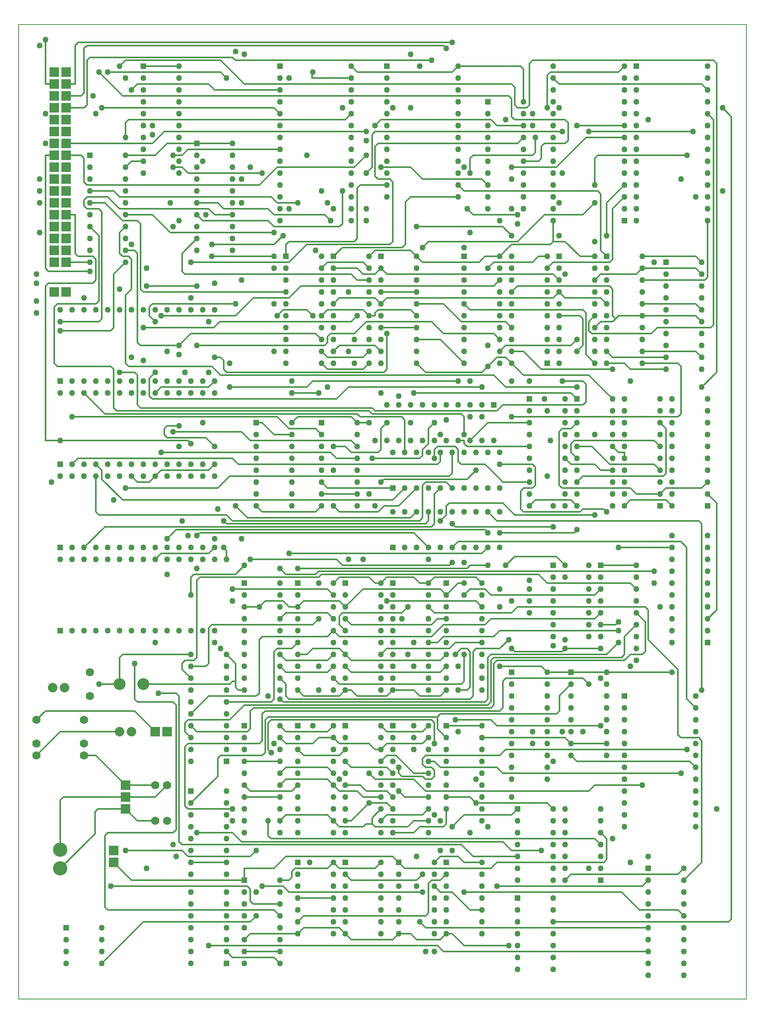
<source format=gbr>
G04 PROTEUS GERBER X2 FILE*
%TF.GenerationSoftware,Labcenter,Proteus,8.6-SP1-Build23413*%
%TF.CreationDate,2017-02-04T10:42:02+00:00*%
%TF.FileFunction,Copper,L2,Inr*%
%TF.FilePolarity,Positive*%
%TF.Part,Single*%
%FSLAX45Y45*%
%MOMM*%
G01*
%TA.AperFunction,Conductor*%
%ADD10C,0.304800*%
%TA.AperFunction,ViaPad*%
%ADD11C,1.270000*%
%TA.AperFunction,ComponentPad*%
%ADD13C,3.048000*%
%ADD14R,2.032000X2.032000*%
%ADD15C,1.778000*%
%ADD16C,2.032000*%
%ADD17C,2.540000*%
%TA.AperFunction,ComponentPad*%
%ADD18R,1.270000X1.270000*%
%ADD19C,1.270000*%
%TA.AperFunction,Profile*%
%ADD70C,0.203200*%
%TD.AperFunction*%
D10*
X+4699000Y-5842000D02*
X+5143500Y-5842000D01*
X+5270500Y-5969000D01*
X+8128000Y-5969000D01*
X+5461000Y-6096000D02*
X+6223000Y-6096000D01*
X+5461000Y-6604000D02*
X+5588000Y-6477000D01*
X+8191500Y-6477000D01*
X+8255000Y-6413500D01*
X+8255000Y-5778500D01*
X+8318500Y-5715000D01*
X+8509000Y-5715000D01*
X+8636000Y-5588000D01*
X+381000Y-5461000D02*
X+1123776Y-4718224D01*
X+1123776Y-4254500D01*
X+1187276Y-4191000D01*
X+1778000Y-4191000D01*
X+2032000Y-4445000D01*
X+2413000Y-4445000D01*
X-127000Y-2286000D02*
X+63500Y-2095500D01*
X+1968500Y-2095500D01*
X+2413000Y-2540000D01*
X+5080000Y-7239000D02*
X+4318000Y-7239000D01*
X+5080000Y-7493000D02*
X+4953000Y-7366000D01*
X+4064000Y-7366000D01*
X+3937000Y-7239000D01*
X+2667000Y+1587500D02*
X+2857500Y+1778000D01*
X+9461500Y+1778000D01*
X+9525000Y+1714500D01*
X+4000500Y+4826000D02*
X+5651500Y+4826000D01*
X+5778500Y+4953000D01*
X+8890000Y+4953000D01*
X+3302000Y+5715000D02*
X+6032500Y+5715000D01*
X+6096000Y+5778500D01*
X+6096000Y+5905500D01*
X+6159500Y+5969000D01*
X+6667500Y+5969000D01*
X+6921500Y+6223000D01*
X+8318500Y+6223000D01*
X+8572500Y+5969000D01*
X+9652000Y+5969000D01*
X+9779000Y+5842000D01*
X+2540000Y+6350000D02*
X+4127500Y+6350000D01*
X+4508500Y+6731000D01*
X+5270500Y+6731000D01*
X+5524500Y+6985000D01*
X+9652000Y+6985000D01*
X+9779000Y+7112000D01*
X+3302000Y-4699000D02*
X+4064000Y-4699000D01*
X+4254500Y-4889500D01*
X+9842500Y-4889500D01*
X+10033000Y-5080000D01*
X+10668000Y-5080000D01*
X+3556000Y-7112000D02*
X+8445500Y-7112000D01*
X+8572500Y-7239000D01*
X+12954000Y-7239000D01*
X+4318000Y+1016000D02*
X+4127500Y+825500D01*
X+3238500Y+825500D01*
X+3175000Y+762000D01*
X+3175000Y+381000D01*
X+2413000Y+5143500D02*
X+2286000Y+5016500D01*
X+2286000Y+4635500D01*
X+2349500Y+4572000D01*
X+6286500Y+4572000D01*
X+6540500Y+4826000D01*
X+9398000Y+4826000D01*
X+7239000Y+9525000D02*
X+7874000Y+9525000D01*
X+8128000Y+9271000D01*
X+9398000Y+9271000D01*
X+9525000Y+9144000D01*
X+3683000Y+5461000D02*
X+3810000Y+5461000D01*
X+3873500Y+5397500D01*
X+3873500Y+5207000D01*
X+3937000Y+5143500D01*
X+7302500Y+5143500D01*
X+7366000Y+5207000D01*
X+7366000Y+5969000D01*
X+5143500Y+8064500D02*
X+4953000Y+7874000D01*
X+3619500Y+7874000D01*
X+3175000Y+7493000D02*
X+5270500Y+7493000D01*
X+5651500Y+7874000D01*
X+7429500Y+7874000D01*
X+7493000Y+7937500D01*
X+7493000Y+9207500D01*
X+7429500Y+9271000D01*
X+7175500Y+9271000D01*
X+7112000Y+9334500D01*
X+7112000Y+9969500D01*
X+7175500Y+10033000D01*
X+10160000Y+10033000D01*
X+10287000Y+10160000D01*
X+7112000Y+10414000D02*
X+7239000Y+10541000D01*
X+9588500Y+10541000D01*
X+9715500Y+10414000D01*
X+10287000Y+10414000D01*
X+3683000Y+3556000D02*
X+3492500Y+3746500D01*
X+2667000Y+3746500D01*
X+2603500Y+3810000D01*
X+2603500Y+3937000D01*
X+2667000Y+4000500D01*
X+2921000Y+4000500D01*
X+7366000Y+4064000D02*
X+7239000Y+3937000D01*
X+7239000Y+3492500D01*
X+7175500Y+3429000D01*
X+6604000Y+3429000D01*
X+6477000Y+3556000D01*
X+6223000Y+3556000D01*
X+3302000Y+1651000D02*
X+3365500Y+1714500D01*
X+7937500Y+1714500D01*
X+8255000Y+1397000D01*
X+3873500Y+1968500D02*
X+3937000Y+1905000D01*
X+8191500Y+1905000D01*
X+8255000Y+1968500D01*
X+8255000Y+2159000D01*
X+4127500Y+2286000D02*
X+4381500Y+2032000D01*
X+7874000Y+2032000D01*
X+8001000Y+2159000D01*
X+8001000Y+8255000D02*
X+9842500Y+8255000D01*
X+10033000Y+8064500D01*
X+9080500Y+8636000D02*
X+9207500Y+8509000D01*
X+10160000Y+8509000D01*
X+6921500Y+9398000D02*
X+7048500Y+9525000D01*
X+7048500Y+10223500D01*
X+7112000Y+10287000D01*
X+11112500Y+10287000D01*
X+9715500Y-5842000D02*
X+12827000Y-5842000D01*
X+12954000Y-5715000D01*
X+8064500Y-6604000D02*
X+8191500Y-6731000D01*
X+12954000Y-6731000D01*
X+9017000Y-5969000D02*
X+12382500Y-5969000D01*
X+12763500Y-6350000D01*
X+13589000Y-6350000D01*
X+13716000Y-6477000D01*
X+8255000Y+127000D02*
X+8382000Y+0D01*
X+10033000Y+0D01*
X+10160000Y+127000D01*
X+12890500Y+127000D01*
X+12954000Y+63500D01*
X+12954000Y-571500D01*
X+13589000Y-1206500D01*
X+13589000Y-2603500D01*
X+13652500Y-2667000D01*
X+14033500Y-2667000D01*
X+14097000Y-2730500D01*
X+14097000Y-5333999D01*
X+13716000Y-5715000D01*
X+13716000Y-5714999D01*
X+11303000Y-2794000D02*
X+11176000Y-2667000D01*
X+9398000Y-2667000D01*
X+11303000Y-2794000D02*
X+12065000Y-2794000D01*
X+3937000Y-5334000D02*
X+3175000Y-5334000D01*
X+4064000Y-4191000D02*
X+3111500Y-4191000D01*
X+3048000Y-4127500D01*
X+3048000Y-2857500D01*
X+3111500Y-2794000D01*
X+4635500Y-2794000D01*
X+4699000Y-2730500D01*
X+4699000Y-2159000D01*
X+4762500Y-2095500D01*
X+9779000Y-2095500D01*
X+9842500Y-2032000D01*
X+9842500Y-1460500D01*
X+9906000Y-1397000D01*
X+11557000Y-1397000D01*
X+11684000Y-1524000D01*
X+13081000Y+889000D02*
X+5905500Y+889000D01*
X+5842000Y+825500D01*
X+5207000Y+825500D01*
X+5080000Y+952500D01*
X+4445000Y+1143000D02*
X+6286500Y+1143000D01*
X+6413500Y+1016000D01*
X+8699500Y+1016000D01*
X+8763000Y+1079500D01*
X+1016000Y+8763000D02*
X+1333500Y+8763000D01*
X+1714500Y+8382000D01*
X+2032000Y+8382000D01*
X+2095500Y+8318500D01*
X+2095500Y+6921500D01*
X+2159000Y+6858000D01*
X+5207000Y+6858000D01*
X+8382000Y-2794000D02*
X+8382000Y-2349500D01*
X+8318500Y-2286000D01*
X+4889500Y-2286000D01*
X+4826000Y-2349500D01*
X+4826000Y-2921000D01*
X+4889500Y-2984500D01*
X+3937000Y-1905000D02*
X+4889500Y-1905000D01*
X+4953000Y-1841500D01*
X+4953000Y-825500D01*
X+5016500Y-762000D01*
X+5334000Y-762000D01*
X+5461000Y-635000D01*
X+5334000Y+4699000D02*
X+5905500Y+4699000D01*
X+5905500Y-127000D02*
X+5778500Y-254000D01*
X+3619500Y-254000D01*
X+3556000Y-317500D01*
X+3556000Y-1079500D01*
X+3492500Y-1143000D01*
X+3175000Y-1143000D01*
X+9017000Y+381000D02*
X+9144000Y+508000D01*
X+9461500Y+508000D01*
X+9588500Y+381000D01*
X+11811000Y+381000D01*
X+11938000Y+508000D01*
X+6223000Y-1397000D02*
X+6350000Y-1524000D01*
X+8953500Y-1524000D01*
X+9017000Y-1460500D01*
X+9017000Y-889000D01*
X+6159500Y+8382000D02*
X+6032500Y+8509000D01*
X+4953000Y+8509000D01*
X+4826000Y+8636000D01*
X+3873500Y+8636000D01*
X+3746500Y+8763000D01*
X+3302000Y+8763000D01*
X+6413500Y+9017000D02*
X+6413500Y+8318500D01*
X+6350000Y+8255000D01*
X+4953000Y+8255000D01*
X+4826000Y+8382000D01*
X+3429000Y+8382000D01*
X+3302000Y+8509000D01*
X+6223000Y-381000D02*
X+6096000Y-508000D01*
X+4699000Y-508000D01*
X+4635500Y-571500D01*
X+4635500Y-1714500D01*
X+4572000Y-1778000D01*
X+3556000Y-1778000D01*
X+3175000Y-2159000D01*
X+6223000Y-381000D02*
X+6350000Y-508000D01*
X+8318500Y-508000D01*
X+8572500Y-254000D01*
X+9461500Y-254000D01*
X+9588500Y-127000D01*
X+11811000Y-127000D01*
X+11938000Y+0D01*
X+6985000Y+7112000D02*
X+6731000Y+7112000D01*
X+6604000Y+7239000D01*
X+3048000Y+7239000D01*
X+2984500Y+7302500D01*
X+2984500Y+7683500D01*
X+3302000Y+8001000D01*
X+6223000Y+381000D02*
X+6096000Y+508000D01*
X+4064000Y+508000D01*
X+12319000Y-190500D02*
X+12255500Y-254000D01*
X+11938000Y-254000D01*
X+9779000Y+3175000D02*
X+10477500Y+3175000D01*
X+10541000Y+3111500D01*
X+10541000Y+2730500D01*
X+10477500Y+2667000D01*
X+10287000Y+2667000D01*
X+10223500Y+2603500D01*
X+10223500Y+2222500D01*
X+10287000Y+2159000D01*
X+11493500Y+2159000D01*
X+11557000Y+2222500D01*
X+12001500Y+2222500D01*
X+12065000Y+2159000D01*
X+1778000Y+7747000D02*
X+1968500Y+7747000D01*
X+2032000Y+7683500D01*
X+2032000Y+5778500D01*
X+2095500Y+5715000D01*
X+2921000Y+5715000D01*
X+3175000Y+5969000D01*
X+5842000Y+5969000D01*
X+5969000Y+5842000D01*
X+5080000Y-1397000D02*
X+5207000Y-1524000D01*
X+5207000Y-1778000D01*
X+5270500Y-1841500D01*
X+9144000Y-1841500D01*
X+9207500Y-1778000D01*
X+9207500Y-825500D01*
X+9271000Y-762000D01*
X+9779000Y-762000D01*
X+9969500Y-571500D01*
X+11176000Y+1016000D02*
X+10985500Y+1206500D01*
X+10096500Y+1206500D01*
X+9906000Y+1016000D01*
X+1778000Y+8509000D02*
X+2349500Y+8509000D01*
X+2730500Y+8128000D01*
X+4953000Y+8128000D01*
X+3302000Y+6985000D02*
X+2222500Y+6985000D01*
X+5778500Y+6350000D02*
X+5651500Y+6477000D01*
X+5143500Y+6477000D01*
X+5016500Y+6350000D01*
X+11938000Y-2413000D02*
X+9715500Y-2413000D01*
X+9588500Y-2286000D01*
X+8826500Y-2286000D01*
X+2794000Y+9525000D02*
X+2984500Y+9525000D01*
X+3111500Y+9398000D01*
X+4699000Y+9398000D01*
X+2159000Y+9652000D02*
X+1905000Y+9652000D01*
X+1778000Y+9525000D01*
X+14097000Y-1651000D02*
X+14097000Y+1905000D01*
X+14033500Y+1968500D01*
X+9715500Y+1968500D01*
X+9525000Y+2159000D01*
X+5270500Y+1270000D02*
X+9398000Y+1270000D01*
X+9525000Y+1397000D01*
X+8890000Y+8890000D02*
X+7874000Y+8890000D01*
X+7761760Y+8777760D01*
X+7761760Y+7874000D01*
X+7698260Y+7810500D01*
X+6413500Y+7810500D01*
X+6223000Y+7620000D01*
X+7366000Y+9144000D02*
X+6794500Y+9144000D01*
X+6731000Y+9080500D01*
X+6731000Y+8001000D01*
X+6667500Y+7937500D01*
X+5270500Y+7937500D01*
X+5207000Y+7874000D01*
X+5207000Y+7620000D01*
X+9017000Y+6604000D02*
X+9144000Y+6477000D01*
X+11557000Y+6477000D01*
X+11620500Y+6413500D01*
X+11620500Y+5524500D01*
X+11811000Y+5334000D01*
X+8382000Y+4064000D02*
X+8255000Y+3937000D01*
X+8255000Y+3619500D01*
X+8128000Y+3492500D01*
X+8128000Y+3365500D01*
X+8064500Y+3302000D01*
X+7048500Y+3302000D01*
X+12065000Y+8064500D02*
X+12065000Y+8763000D01*
X+12446000Y+9144000D01*
X+12446000Y+8890000D02*
X+12192000Y+8636000D01*
X+12192000Y+7556500D01*
X+12128500Y+7493000D01*
X+10922000Y+7493000D01*
X+10795000Y+7366000D01*
X+12192000Y+5207000D02*
X+10668000Y+5207000D01*
X+10287000Y+5588000D01*
X+10033000Y+5588000D01*
X+11430000Y+5588000D02*
X+11557000Y+5715000D01*
X+11557000Y+6286500D01*
X+11493500Y+6350000D01*
X+11049000Y+6350000D01*
X+14224000Y+10668000D02*
X+14351000Y+10541000D01*
X+14351000Y+6159500D01*
X+14287500Y+6096000D01*
X+13144500Y+6096000D01*
X+13017500Y+5969000D01*
X+11747500Y+5969000D01*
X+11684000Y+6032500D01*
X+11684000Y+6223000D01*
X+11811000Y+6350000D01*
X+13906500Y+10287000D02*
X+11684000Y+10287000D01*
X+13779500Y+9779000D02*
X+11874500Y+9779000D01*
X+11811000Y+9715500D01*
X+11811000Y+9144000D01*
X+7620000Y-3302000D02*
X+7620000Y-3429000D01*
X+7683500Y-3492500D01*
X+8128000Y-3492500D01*
X+8191500Y-3556000D01*
X+8318500Y-3556000D01*
X+8382000Y-3492500D01*
X+8382000Y-3365500D01*
X+8318500Y-3302000D01*
X+8191500Y-3302000D01*
X+8128000Y-3238500D01*
X+8128000Y-3111500D01*
X+8191500Y-3048000D01*
X+9779000Y-3048000D01*
X+9906000Y-2921000D01*
X+13779500Y-2921000D01*
X+14224000Y+8382000D02*
X+14224000Y+7175500D01*
X+14160500Y+7112000D01*
X+12827000Y+7112000D01*
X+10541000Y+10160000D02*
X+10541000Y+9842500D01*
X+10477500Y+9779000D01*
X+9207500Y+9779000D01*
X+9144000Y+9715500D01*
X+9144000Y+9398000D01*
X+11430000Y+5842000D02*
X+11303000Y+5715000D01*
X+9906000Y+5715000D01*
X+9779000Y+5588000D01*
X+12446000Y+10414000D02*
X+11430000Y+10414000D01*
X+12446000Y+10160000D02*
X+11620500Y+10160000D01*
X+10985500Y+9525000D01*
X+10033000Y+9525000D01*
X+8890000Y+9144000D02*
X+9017000Y+9017000D01*
X+11874500Y+9017000D01*
X+11938000Y+8953500D01*
X+11938000Y+7747000D01*
X+12065000Y+7620000D01*
X+10033000Y+4191000D02*
X+13589000Y+4191000D01*
X+13652500Y+4254500D01*
X+13652500Y+5270500D01*
X+13589000Y+5334000D01*
X+12827000Y+5334000D01*
X+6477000Y-3683000D02*
X+6794500Y-3683000D01*
X+6921500Y-3810000D01*
X+7366000Y-3810000D01*
X+7493000Y-3937000D01*
X+6985000Y-4064000D02*
X+6604000Y-4445000D01*
X+6477000Y-4445000D01*
X+6985000Y-4064000D02*
X+7366000Y-4064000D01*
X+7493000Y-4191000D01*
X+6985000Y-3429000D02*
X+7112000Y-3556000D01*
X+7937500Y-3556000D01*
X+8191500Y-3810000D01*
X+11684000Y-3810000D01*
X+11811000Y-3683000D01*
X+12827000Y-3683000D01*
X+7239000Y-4445000D02*
X+7366000Y-4318000D01*
X+8128000Y-4318000D01*
X+8255000Y-4191000D01*
X+7620000Y-3810000D02*
X+7747000Y-3937000D01*
X+8255000Y-3937000D01*
X+2794000Y+3873500D02*
X+4254500Y+3873500D01*
X+4445000Y+3683000D01*
X+6604000Y+3683000D01*
X+6731000Y+3556000D01*
X+2540000Y+3429000D02*
X+6159500Y+3429000D01*
X+6286500Y+3302000D01*
X+6731000Y+3302000D01*
X+2794000Y+9779000D02*
X+2984500Y+9779000D01*
X+3111500Y+9906000D01*
X+5080000Y+9906000D01*
X+1778000Y-5080000D02*
X+2984500Y-5080000D01*
X+3111500Y-5207000D01*
X+4445000Y-5207000D01*
X+4572000Y-5080000D01*
X+5080000Y-6223000D02*
X+4508500Y-6223000D01*
X+4445000Y-6159500D01*
X+4445000Y-5905500D01*
X+4381500Y-5842000D01*
X+1460500Y-5842000D01*
X+5080000Y-6477000D02*
X+4953000Y-6350000D01*
X+1397000Y-6350000D01*
X+1333500Y-6286500D01*
X+1333500Y-4762500D01*
X+1397000Y-4699000D01*
X+2794000Y-4699000D01*
X+2857500Y-4635500D01*
X+2857500Y-1968500D01*
X+2794000Y-1905000D01*
X+2032000Y-1905000D01*
X+1968500Y-1841500D01*
X+1968500Y-1079500D01*
X+1270000Y+10795000D02*
X+4953000Y+10795000D01*
X+5080000Y+10668000D01*
X+10922000Y+11430000D02*
X+11049000Y+11303000D01*
X+14097000Y+11303000D01*
X+14224000Y+11176000D01*
X+4572000Y-6477000D02*
X+4445000Y-6604000D01*
X+2159000Y-6604000D01*
X+1270000Y-7493000D01*
X+5969000Y+3810000D02*
X+5842000Y+3937000D01*
X+5270500Y+3937000D01*
X+5016500Y+4191000D01*
X+635000Y+4191000D01*
X+8763000Y-4572000D02*
X+9017000Y-4318000D01*
X+10033000Y-4318000D01*
X+10160000Y-4191000D01*
X+6731000Y+2540000D02*
X+5969000Y+2540000D01*
X+10287000Y+9652000D02*
X+10604500Y+9652000D01*
X+10668000Y+9715500D01*
X+10668000Y+9969500D01*
X+10731500Y+10033000D01*
X+11176000Y+10033000D01*
X+11239500Y+10096500D01*
X+11239500Y+10477500D01*
X+11176000Y+10541000D01*
X+10096500Y+10541000D01*
X+10033000Y+10604500D01*
X+10033000Y+10985500D01*
X+9969500Y+11049000D01*
X+1714500Y+11049000D01*
X+1206500Y+11557000D01*
X+11430000Y+4064000D02*
X+11303000Y+3937000D01*
X+11112500Y+3937000D01*
X+11049000Y+3873500D01*
X+11049000Y+2730500D01*
X+11112500Y+2667000D01*
X+12573000Y+2667000D01*
X+12700000Y+2540000D01*
X+13208000Y+2540000D01*
X+7239000Y+7366000D02*
X+7366000Y+7239000D01*
X+10922000Y+7239000D01*
X+11049000Y+7112000D01*
X+6223000Y+7366000D02*
X+6731000Y+7366000D01*
X+6858000Y+7239000D01*
X+7112000Y+7239000D01*
X+7239000Y+7366000D01*
X+6477000Y+127000D02*
X+6858000Y+508000D01*
X+8509000Y+508000D01*
X+8636000Y+381000D01*
X+10414000Y+4064000D02*
X+9525000Y+4064000D01*
X+9144000Y+3683000D01*
X+13208000Y+2540000D02*
X+13335000Y+2667000D01*
X+14097000Y+2667000D01*
X+14224000Y+2794000D01*
X+8636000Y+381000D02*
X+8890000Y+635000D01*
X+9017000Y+635000D01*
X+14224000Y+2540000D02*
X+14414500Y+2349500D01*
X+14414500Y+63500D01*
X+14224000Y-127000D01*
X+5461000Y+127000D02*
X+5588000Y+254000D01*
X+6350000Y+254000D01*
X+6477000Y+127000D01*
X+5461000Y-2921000D02*
X+5588000Y-3048000D01*
X+6350000Y-3048000D01*
X+6477000Y-2921000D01*
X+5461000Y+127000D02*
X+5270500Y+127000D01*
X+5143500Y+254000D01*
X+4762500Y+254000D01*
X+4635500Y+127000D01*
X+4318000Y+127000D01*
X+11430000Y+3556000D02*
X+11747500Y+3556000D01*
X+12128500Y+3175000D01*
X+13081000Y+3175000D01*
X+13208000Y+3048000D01*
X+6477000Y-3175000D02*
X+6604000Y-3302000D01*
X+7366000Y-3302000D01*
X+7493000Y-3429000D01*
X+8890000Y+3683000D02*
X+9017000Y+3683000D01*
X+9017000Y+3619500D01*
X+9080500Y+3556000D01*
X+10414000Y+3556000D01*
X+6223000Y+6604000D02*
X+6350000Y+6731000D01*
X+7112000Y+6731000D01*
X+7239000Y+6604000D01*
X+11049000Y+6858000D02*
X+11176000Y+6731000D01*
X+11938000Y+6731000D01*
X+12065000Y+6604000D01*
X+7239000Y+6604000D02*
X+7366000Y+6731000D01*
X+10922000Y+6731000D01*
X+11049000Y+6858000D01*
X+6477000Y-127000D02*
X+6604000Y-254000D01*
X+8318500Y-254000D01*
X+8445500Y-127000D01*
X+8636000Y-127000D01*
X+11430000Y+3302000D02*
X+11303000Y+3429000D01*
X+11303000Y+3619500D01*
X+11366500Y+3683000D01*
X+13081000Y+3683000D01*
X+13208000Y+3556000D01*
X+5461000Y-3683000D02*
X+5334000Y-3810000D01*
X+4445000Y-3810000D01*
X+4318000Y-3683000D01*
X+6477000Y-889000D02*
X+6604000Y-1016000D01*
X+8509000Y-1016000D01*
X+8636000Y-889000D01*
X+5461000Y-889000D02*
X+5651500Y-889000D01*
X+5778500Y-762000D01*
X+6350000Y-762000D01*
X+6477000Y-889000D01*
X+11430000Y+2794000D02*
X+11557000Y+2921000D01*
X+13271500Y+2921000D01*
X+13335000Y+2984500D01*
X+13335000Y+3937000D01*
X+13208000Y+4064000D01*
X+10414000Y+2794000D02*
X+9842500Y+2794000D01*
X+9461500Y+3175000D01*
X+8953500Y+3175000D01*
X+8890000Y+3238500D01*
X+8890000Y+3492500D01*
X+8826500Y+3556000D01*
X+8445500Y+3556000D01*
X+8382000Y+3492500D01*
X+8382000Y+3302000D01*
X+6477000Y-1143000D02*
X+6604000Y-1270000D01*
X+8509000Y-1270000D01*
X+8636000Y-1143000D01*
X+12065000Y+5588000D02*
X+12192000Y+5461000D01*
X+13335000Y+5461000D01*
X+6223000Y+5588000D02*
X+6350000Y+5715000D01*
X+7112000Y+5715000D01*
X+7239000Y+5588000D01*
X+6223000Y-4445000D02*
X+6096000Y-4318000D01*
X+5207000Y-4318000D01*
X+5080000Y-4445000D01*
X+12827000Y+5588000D02*
X+13970000Y+5588000D01*
X+14097000Y+5461000D01*
X+7048500Y-4508500D02*
X+7112000Y-4572000D01*
X+7810500Y-4572000D01*
X+7937500Y-4445000D01*
X+8255000Y-4445000D01*
X+6223000Y-4445000D02*
X+6350000Y-4572000D01*
X+6858000Y-4572000D01*
X+6921500Y-4508500D01*
X+7048500Y-4508500D01*
X+7239000Y-4191000D02*
X+7048500Y-4381500D01*
X+7048500Y-4508500D01*
X+6223000Y-1143000D02*
X+6096000Y-1270000D01*
X+5207000Y-1270000D01*
X+5080000Y-1143000D01*
X+13462000Y+1397000D02*
X+12319000Y+1397000D01*
X+6985000Y+5588000D02*
X+6858000Y+5461000D01*
X+6096000Y+5461000D01*
X+5969000Y+5588000D01*
X+10033000Y+6858000D02*
X+10160000Y+6985000D01*
X+12128500Y+6985000D01*
X+12192000Y+6921500D01*
X+12192000Y+6350000D01*
X+12255500Y+6286500D01*
X+7239000Y-889000D02*
X+7366000Y-762000D01*
X+8699500Y-762000D01*
X+8826500Y-635000D01*
X+9398000Y-635000D01*
X+12827000Y+6350000D02*
X+13970000Y+6350000D01*
X+14097000Y+6223000D01*
X+12255500Y+6286500D02*
X+12192000Y+6223000D01*
X+11938000Y+6223000D01*
X+11811000Y+6096000D01*
X+6223000Y-3683000D02*
X+6096000Y-3556000D01*
X+5207000Y-3556000D01*
X+5080000Y-3683000D01*
X+5080000Y-889000D02*
X+5207000Y-1016000D01*
X+6096000Y-1016000D01*
X+6223000Y-889000D01*
X+11176000Y+3302000D02*
X+11303000Y+3175000D01*
X+11811000Y+3175000D01*
X+11938000Y+3048000D01*
X+12192000Y+3048000D01*
X+6985000Y+6350000D02*
X+6858000Y+6477000D01*
X+6096000Y+6477000D01*
X+5969000Y+6350000D01*
X+6985000Y+6350000D02*
X+7112000Y+6350000D01*
X+7112000Y+6413500D01*
X+7175500Y+6477000D01*
X+7874000Y+6477000D01*
X+8001000Y+6350000D01*
X+6223000Y-3683000D02*
X+6350000Y-3810000D01*
X+6731000Y-3810000D01*
X+6858000Y-3937000D01*
X+7239000Y-3937000D01*
X+12827000Y+6350000D02*
X+12319000Y+6350000D01*
X+12255500Y+6286500D01*
X+8001000Y+6604000D02*
X+8572500Y+6604000D01*
X+8953500Y+6223000D01*
X+9906000Y+6223000D01*
X+10033000Y+6096000D01*
X+6223000Y-3429000D02*
X+6096000Y-3302000D01*
X+5207000Y-3302000D01*
X+5080000Y-3429000D01*
X+7239000Y-3175000D02*
X+7366000Y-3048000D01*
X+7556500Y-3048000D01*
X+7937500Y-3429000D01*
X+8255000Y-3429000D01*
X+12827000Y+6604000D02*
X+13970000Y+6604000D01*
X+14097000Y+6477000D01*
X+12192000Y+3556000D02*
X+12319000Y+3429000D01*
X+12446000Y+3429000D01*
X+12446000Y+3302000D01*
X+6223000Y-127000D02*
X+6096000Y+0D01*
X+5207000Y+0D01*
X+5080000Y-127000D01*
X+6223000Y-2667000D02*
X+5905500Y-2667000D01*
X+5778500Y-2794000D01*
X+5207000Y-2794000D01*
X+5080000Y-2667000D01*
X+9398000Y+127000D02*
X+9271000Y+254000D01*
X+7366000Y+254000D01*
X+7239000Y-2921000D02*
X+7366000Y-2794000D01*
X+8128000Y-2794000D01*
X+8255000Y-2667000D01*
X+11811000Y+7112000D02*
X+11938000Y+7239000D01*
X+12700000Y+7239000D01*
X+12827000Y+7366000D01*
X+13970000Y+7366000D01*
X+14097000Y+7239000D01*
X+8128000Y+7810500D02*
X+8255000Y+7937500D01*
X+10160000Y+7937500D01*
X+10731500Y+8509000D01*
X+11557000Y+8509000D01*
X+11811000Y+8763000D01*
X+6985000Y+7366000D02*
X+6858000Y+7493000D01*
X+6096000Y+7493000D01*
X+5969000Y+7366000D01*
X+6223000Y-2667000D02*
X+6350000Y-2794000D01*
X+6985000Y-2794000D01*
X+7112000Y-2921000D01*
X+7239000Y-2921000D01*
X+254000Y+11303000D02*
X+63500Y+11303000D01*
X+63500Y+12255500D01*
X+381000Y+6223000D02*
X+1206500Y+6223000D01*
X+1270000Y+6286500D01*
X+1270000Y+8572500D01*
X+1206500Y+8636000D01*
X+952500Y+8636000D01*
X+889000Y+8699500D01*
X+889000Y+8826500D01*
X+952500Y+8890000D01*
X+1397000Y+8890000D01*
X+1651000Y+8636000D01*
X+3556000Y+8636000D01*
X+3683000Y+8509000D01*
X+4064000Y+8509000D01*
X+2413000Y+6223000D02*
X+2286000Y+6350000D01*
X+2286000Y+6540500D01*
X+2349500Y+6604000D01*
X+4127500Y+6604000D01*
X+1016000Y+7302500D02*
X+127000Y+7302500D01*
X+63500Y+7366000D01*
X+63500Y+9779000D01*
X+254000Y+9779000D01*
X+4572000Y+4064000D02*
X+4699000Y+4064000D01*
X+4953000Y+3810000D01*
X+5334000Y+3810000D01*
X+1651000Y+11684000D02*
X+1778000Y+11811000D01*
X+3810000Y+11811000D01*
X+4318000Y+11303000D01*
X+10033000Y+11303000D01*
X+10096500Y+11239500D01*
X+10096500Y+10858500D01*
X+10160000Y+10795000D01*
X+10350500Y+10795000D01*
X+10414000Y+10858500D01*
X+10414000Y+11747500D01*
X+10477500Y+11811000D01*
X+14351000Y+11811000D01*
X+14414500Y+11747500D01*
X+14414500Y+5143500D01*
X+14097000Y+4826000D01*
X+508000Y+11303001D02*
X+508000Y+11303000D01*
X+698500Y+11303001D01*
X+698500Y+12128500D01*
X+762000Y+12192000D01*
X+8763000Y+12192000D01*
X+508000Y+11049000D02*
X+825500Y+11049000D01*
X+889000Y+11112500D01*
X+889000Y+12065000D01*
X+952500Y+12128500D01*
X+8572500Y+12128500D01*
X+8636000Y+12065000D01*
X+508000Y+10795000D02*
X+889000Y+10795000D01*
X+952500Y+10858500D01*
X+952500Y+11811000D01*
X+1016000Y+11874500D01*
X+4064000Y+11874500D01*
X+4127500Y+11811000D01*
X+8318500Y+11811000D01*
X+508000Y+10033000D02*
X+2349500Y+10033000D01*
X+2603500Y+10287000D01*
X+6921500Y+10287000D01*
X+508000Y+9779000D02*
X+825500Y+9779000D01*
X+889000Y+9715500D01*
X+889000Y+9207500D01*
X+952500Y+9144000D01*
X+4635500Y+9144000D01*
X+5016500Y+9525000D01*
X+6667500Y+9525000D01*
X+6921500Y+9779000D01*
X+2476500Y-1714500D02*
X+2857500Y-1714500D01*
X+2921000Y-1778000D01*
X+2921000Y-4889500D01*
X+2984500Y-4953000D01*
X+8953500Y-4953000D01*
X+9207500Y-5207000D01*
X+10160000Y-5207000D01*
X+381000Y-5064760D02*
X+381000Y-4000500D01*
X+444500Y-3937000D01*
X+1778000Y-3937000D01*
X+10795000Y+10795000D02*
X+10795000Y+11493500D01*
X+10858500Y+11557000D01*
X+12319000Y+11557000D01*
X+12446000Y+11684000D01*
X+7493000Y-4699000D02*
X+7937500Y-4699000D01*
X+8064500Y-4572000D01*
X+8572500Y-4572000D01*
X+8636000Y-4508500D01*
X+8636000Y-4191000D01*
X+8001000Y+5842000D02*
X+8509000Y+5842000D01*
X+9017000Y+5334000D01*
X+2413000Y+2921000D02*
X+2540000Y+3048000D01*
X+3556000Y+3048000D01*
X+3683000Y+3175000D01*
X+3683000Y+1397000D02*
X+3556000Y+1270000D01*
X+2540000Y+1270000D01*
X+2413000Y+1143000D01*
X+2413000Y+4699000D02*
X+2540000Y+4826000D01*
X+3556000Y+4826000D01*
X+3683000Y+4953000D01*
X+10795000Y+7620000D02*
X+10604500Y+7620000D01*
X+10477500Y+7493000D01*
X+9652000Y+7493000D01*
X+9525000Y+7366000D01*
X+1778000Y-3937000D02*
X+2413000Y-3937000D01*
X+2667000Y-3683000D01*
X+7493000Y+2667000D02*
X+6096000Y+2667000D01*
X+5969000Y+2794000D01*
X+12065000Y+5334000D02*
X+12446000Y+5334000D01*
X+12573000Y+5207000D01*
X+13335000Y+5207000D01*
X+4318000Y-6985000D02*
X+4445000Y-6858000D01*
X+5461000Y-6858000D01*
X+2159000Y-1524000D02*
X+4000500Y-1524000D01*
X+4064000Y-1460500D01*
X+4127500Y-1460500D01*
X+3937000Y-889000D02*
X+4127500Y-1079500D01*
X+4127500Y-1460500D01*
X+11176000Y-762000D02*
X+11938000Y-762000D01*
X+4318000Y-1651000D02*
X+4191000Y-1651000D01*
X+4127500Y-1587500D01*
X+4127500Y-1460500D01*
X+11303000Y-3048000D02*
X+11430000Y-3175000D01*
X+13843000Y-3175000D01*
X+13970000Y-3302000D01*
X+4572000Y+2286000D02*
X+4699000Y+2159000D01*
X+5842000Y+2159000D01*
X+5969000Y+2286000D01*
X+7493000Y-1651000D02*
X+7937500Y-1651000D01*
X+8064500Y-1778000D01*
X+8509000Y-1778000D01*
X+8636000Y-1651000D01*
X+7620000Y-6858000D02*
X+7493000Y-6985000D01*
X+6604000Y-6985000D01*
X+6477000Y-6858000D01*
X+6477000Y-1651000D02*
X+6604000Y-1651000D01*
X+6731000Y-1778000D01*
X+7366000Y-1778000D01*
X+7493000Y-1651000D01*
X+5461000Y-1651000D02*
X+5588000Y-1778000D01*
X+6350000Y-1778000D01*
X+6477000Y-1651000D01*
X+5461000Y-6858000D02*
X+5588000Y-6731000D01*
X+6350000Y-6731000D01*
X+6477000Y-6858000D01*
X+10414000Y+2286000D02*
X+10541000Y+2413000D01*
X+11303000Y+2413000D01*
X+11430000Y+2286000D01*
X+8636000Y-6858000D02*
X+8509000Y-6985000D01*
X+8001000Y-6985000D01*
X+7874000Y-6858000D01*
X+7620000Y-6858000D01*
X+7239000Y+6858000D02*
X+8001000Y+6858000D01*
X+7239000Y+6096000D02*
X+8001000Y+6096000D01*
X+1016000Y+7493000D02*
X+508000Y+7493000D01*
X+2413000Y+2921000D02*
X+2286000Y+2794000D01*
X+2032000Y+2794000D01*
X+1905000Y+2921000D01*
X+11176000Y-762000D02*
X+11112500Y-825500D01*
X+10096500Y-825500D01*
X+10033000Y-762000D01*
X+8636000Y-6858000D02*
X+8763000Y-6858000D01*
X+9017000Y-7112000D01*
X+9969500Y-7112000D01*
X+8509000Y+1968500D02*
X+8636000Y+2095500D01*
X+8636000Y+2286000D01*
X+8699500Y+2349500D01*
X+9842500Y+2349500D01*
X+10096500Y+2095500D01*
X+11811000Y+2095500D01*
X+9779000Y+1714500D02*
X+11366500Y+1714500D01*
X+11430000Y+1778000D01*
X+4826000Y-4445000D02*
X+4826000Y-4762500D01*
X+4889500Y-4826000D01*
X+11811000Y-4826000D01*
X+11938000Y-4953000D01*
X+1143000Y+3175000D02*
X+1270000Y+3048000D01*
X+1270000Y+2857500D01*
X+1714500Y+2413000D01*
X+7493000Y+2413000D01*
X+7747000Y+2667000D01*
X+889000Y+1397000D02*
X+1333500Y+1841500D01*
X+8318500Y+1841500D01*
X+8382000Y+1905000D01*
X+8382000Y+2540000D01*
X+8509000Y+2667000D01*
X+1905000Y+11176000D02*
X+2032000Y+11303000D01*
X+3556000Y+11303000D01*
X+3683000Y+11176000D01*
X+5080000Y+11176000D01*
X+1143000Y+2921000D02*
X+1143000Y+2159000D01*
X+1206500Y+2095500D01*
X+3937000Y+2095500D01*
X+4064000Y+1968500D01*
X+8064500Y+1968500D01*
X+8128000Y+2032000D01*
X+8128000Y+2730500D01*
X+8191500Y+2794000D01*
X+8636000Y+2794000D01*
X+8763000Y+2667000D01*
X+1778000Y+10160000D02*
X+1778000Y+10477500D01*
X+1841500Y+10541000D01*
X+6477000Y+10541000D01*
X+6604000Y+10668000D01*
X+2159000Y+6096000D02*
X+3660234Y+6096000D01*
X+3787234Y+6223000D01*
X+6604000Y+6223000D01*
X+6731000Y+6350000D01*
X+1778000Y+2667000D02*
X+3746500Y+2667000D01*
X+4000500Y+2921000D01*
X+8699500Y+2921000D01*
X+8763000Y+2984500D01*
X+8763000Y+3429000D01*
X+635000Y+3175000D02*
X+762000Y+3302000D01*
X+4064000Y+3302000D01*
X+4191000Y+3175000D01*
X+8445500Y+3175000D01*
X+8509000Y+3238500D01*
X+8509000Y+3429000D01*
X+3937000Y+11430000D02*
X+3810000Y+11557000D01*
X+1397000Y+11557000D01*
X+889000Y+4699000D02*
X+1333500Y+4254500D01*
X+6731000Y+4254500D01*
X+6794500Y+4191000D01*
X+7683500Y+4191000D01*
X+7747000Y+4127500D01*
X+7747000Y+3429000D01*
X+8128000Y-5588000D02*
X+8001000Y-5715000D01*
X+6604000Y-5715000D01*
X+6477000Y-5588000D01*
X+13652500Y-3429000D02*
X+9842500Y-3429000D01*
X+9715500Y-3302000D01*
X+8509000Y-3302000D01*
X+8382000Y-3175000D01*
X+8255000Y-3175000D01*
X+8445500Y-2222500D02*
X+4826000Y-2222500D01*
X+4762500Y-2286000D01*
X+4762500Y-2984500D01*
X+4699000Y-3048000D01*
X+3810000Y-3048000D01*
X+3746500Y-3111500D01*
X+3746500Y-3492500D01*
X+3175000Y-4064000D01*
X+11303000Y-1524000D02*
X+11058863Y-1768137D01*
X+11058863Y-2095500D01*
X+10995363Y-2159000D01*
X+8509000Y-2159000D01*
X+8445500Y-2222500D01*
X+8445500Y-2476500D01*
X+8636000Y-2667000D01*
X+8763000Y+1905000D02*
X+8826500Y+1841500D01*
X+10922000Y+1841500D01*
X+8763000Y+1397000D02*
X+8890000Y+1524000D01*
X+13652500Y+1524000D01*
X+13774162Y+1402338D01*
X+13774162Y-1836161D01*
X+13970000Y-2032000D01*
X+13970000Y-2031999D01*
X+8826500Y-889000D02*
X+8953500Y-762000D01*
X+9080500Y-762000D01*
X+9144000Y-825500D01*
X+9144000Y-1587500D01*
X+9080500Y-1651000D01*
X+8890000Y-1651000D01*
X+7937500Y+4699000D02*
X+11303000Y+4699000D01*
X+11430000Y+4572000D01*
X+12319000Y-381000D02*
X+9779000Y-381000D01*
X+9652000Y-508000D01*
X+8572500Y-508000D01*
X+8445500Y-635000D01*
X+8255000Y-635000D01*
X+7620000Y-5334000D02*
X+7747000Y-5461000D01*
X+9588500Y-5461000D01*
X+9715500Y-5334000D01*
X+12001500Y-5334000D01*
X+12065000Y-5270500D01*
X+12065000Y-4826000D01*
X+11938000Y-4699000D01*
X+3175000Y+3619500D02*
X+3111500Y+3683000D01*
X+381000Y+3683000D01*
X-127000Y-3048000D02*
X+381000Y-2540000D01*
X+1651000Y-2540000D01*
X+7620000Y-5334000D02*
X+7493000Y-5207000D01*
X+5207000Y-5207000D01*
X+4953000Y-5461000D01*
X+4318000Y-5461000D01*
X+1524000Y-5334000D02*
X+1905000Y-5715000D01*
X+4318000Y-5715000D01*
X+63500Y+3683000D02*
X+381000Y+3683000D01*
X+508000Y+8509000D02*
X+698500Y+8509000D01*
X+698500Y+7683500D01*
X+762000Y+7620000D01*
X+1079500Y+7620000D01*
X+1143000Y+7556500D01*
X+1143000Y+7112000D01*
X+1079500Y+7048500D01*
X+127000Y+7048500D01*
X+63500Y+6985000D01*
X+63500Y+3683000D01*
X+4318000Y-5715000D02*
X+4318000Y-5461000D01*
X+5461000Y+8763000D02*
X+5016500Y+8763000D01*
X+4889500Y+8890000D01*
X+1651000Y+8890000D01*
X+1524000Y+9017000D01*
X+1016000Y+9017000D01*
X+5461000Y+952500D02*
X+9080500Y+952500D01*
X+9144000Y+1016000D01*
X+9525000Y+1016000D01*
X+3175000Y-1397000D02*
X+2984500Y-1206500D01*
X+2984500Y-1079500D01*
X+3048000Y-1016000D01*
X+3238500Y-1016000D01*
X+3302000Y-952500D01*
X+3302000Y+698500D01*
X+3365500Y+762000D01*
X+5905500Y+762000D01*
X+5969000Y+825500D01*
X+10604500Y+825500D01*
X+10795000Y+635000D01*
X+12573000Y+635000D01*
X+12700000Y+508000D01*
X+5080000Y-1841500D02*
X+5143500Y-1905000D01*
X+9461500Y-1905000D01*
X+9525000Y-1841500D01*
X+9525000Y-952500D01*
X+9588500Y-889000D01*
X+12065000Y-889000D01*
X+12319000Y-635000D01*
X+3175000Y-2413000D02*
X+3302000Y-2540000D01*
X+4381500Y-2540000D01*
X+4445000Y-2476500D01*
X+4445000Y-2095500D01*
X+4508500Y-2032000D01*
X+9588500Y-2032000D01*
X+9652000Y-1968500D01*
X+9652000Y-1079500D01*
X+9715500Y-1016000D01*
X+12446000Y-1016000D01*
X+12573000Y-889000D01*
X+12827000Y-889000D01*
X+12890500Y-825500D01*
X+12890500Y-190500D01*
X+12700000Y+0D01*
X+3175000Y-2667000D02*
X+3048000Y-2540000D01*
X+3048000Y-2349500D01*
X+3111500Y-2286000D01*
X+4000500Y-2286000D01*
X+4318000Y-1968500D01*
X+9525000Y-1968500D01*
X+9588500Y-1905000D01*
X+9588500Y-1016000D01*
X+9652000Y-952500D01*
X+12382500Y-952500D01*
X+12446000Y-889000D01*
X+12446000Y-508000D01*
X+12700000Y-254000D01*
X+9017000Y+3810000D02*
X+9017000Y+4191000D01*
X+8953500Y+4254500D01*
X+7048500Y+4254500D01*
X+6985000Y+4318000D01*
X+1587500Y+4318000D01*
X+1524000Y+4381500D01*
X+1524000Y+5207000D01*
X+1460500Y+5270500D01*
X+317500Y+5270500D01*
X+254000Y+5334000D01*
X+254000Y+6540500D01*
X+317500Y+6604000D01*
X+1143000Y+6604000D01*
X+1206500Y+6667500D01*
X+1206500Y+8064500D01*
X+1016000Y+8255000D01*
X+4953000Y+7620000D02*
X+3619500Y+7620000D01*
X+11430000Y+4826000D02*
X+9906000Y+4826000D01*
X+9652000Y+5080000D01*
X+3810000Y+5080000D01*
X+3619500Y+5270500D01*
X+1841500Y+5270500D01*
X+1778000Y+5334000D01*
X+1778000Y+6794500D01*
X+1905000Y+6921500D01*
X+1905000Y+7556500D01*
X+1841500Y+7620000D01*
X+1714500Y+7620000D01*
X+1651000Y+7683500D01*
X+1651000Y+8128000D01*
X+1778000Y+8255000D01*
X+1651000Y+5143500D02*
X+1968500Y+5143500D01*
X+2032000Y+5080000D01*
X+2032000Y+4445000D01*
X+2095500Y+4381500D01*
X+7048500Y+4381500D01*
X+7112000Y+4318000D01*
X+9715500Y+4318000D01*
X+9842500Y+4445000D01*
X+11557000Y+4445000D01*
X+11620500Y+4508500D01*
X+11620500Y+4889500D01*
X+11557000Y+4953000D01*
X+11112500Y+4953000D01*
X+3937000Y+1143000D02*
X+3937000Y+1333500D01*
X+3873500Y+1397000D01*
X+5778500Y+11557000D02*
X+5778500Y+11509865D01*
X+5762135Y+11493500D01*
X+5762135Y+11430000D01*
X+6604000Y+11430000D01*
X+6223000Y+2286000D02*
X+6350000Y+2159000D01*
X+7175500Y+2159000D01*
X+7302500Y+2286000D01*
X+7620000Y+2286000D01*
X+8001000Y+2667000D01*
X+7810500Y+127000D02*
X+7683500Y+0D01*
X+6413500Y+0D01*
X+6350000Y-63500D01*
X+6350000Y-254000D01*
X+6477000Y-381000D01*
X+7239000Y+2794000D02*
X+7302500Y+2857500D01*
X+9080500Y+2857500D01*
X+9271000Y+3048000D01*
X+1778000Y+7493000D02*
X+1524000Y+7239000D01*
X+1524000Y+6096000D01*
X+1460500Y+6032500D01*
X+381000Y+6032500D01*
X+10033000Y+5334000D02*
X+10287000Y+5080000D01*
X+11684000Y+5080000D01*
X+12192000Y+4572000D01*
X+8890000Y+11684000D02*
X+10223500Y+11684000D01*
X+10287000Y+11620500D01*
X+10287000Y+10922000D01*
X+1651000Y-1524000D02*
X+1651000Y-952500D01*
X+1714500Y-889000D01*
X+3175000Y-889000D01*
X+11176000Y-5715000D02*
X+11303000Y-5588000D01*
X+13589000Y-5588000D01*
X+13716000Y-5461000D01*
X+1778000Y-3683000D02*
X+1143000Y-3048000D01*
X+889000Y-3048000D01*
X+1778000Y+9779000D02*
X+2413000Y+9779000D01*
X+2667000Y+10033000D01*
X+3302000Y+10033000D01*
X+9779000Y+7620000D02*
X+10033000Y+7874000D01*
X+10858500Y+7874000D01*
X+10922000Y+7937500D01*
X+5080000Y-5715000D02*
X+5270500Y-5715000D01*
X+5334000Y-5651500D01*
X+5334000Y-5524500D01*
X+5397500Y-5461000D01*
X+6096000Y-5461000D01*
X+6223000Y-5334000D01*
X+11811000Y+7620000D02*
X+11493500Y+7620000D01*
X+11176000Y+7937500D01*
X+10922000Y+7937500D01*
X+10922000Y-4191000D02*
X+10795000Y-4064000D01*
X+9271000Y-4064000D01*
X+12827000Y+7620000D02*
X+13970000Y+7620000D01*
X+14097000Y+7493000D01*
X+6223000Y-5334000D02*
X+6350000Y-5461000D01*
X+7112000Y-5461000D01*
X+7239000Y-5334000D01*
X+8001000Y+5334000D02*
X+8191500Y+5143500D01*
X+9398000Y+5143500D01*
X+9525000Y+5270500D01*
X+9271000Y-4064000D02*
X+9144000Y-3937000D01*
X+8636000Y-3937000D01*
X+10033000Y+5334000D02*
X+9906000Y+5461000D01*
X+9715500Y+5461000D01*
X+9525000Y+5270500D01*
X+8890000Y+11684000D02*
X+8763000Y+11557000D01*
X+6731000Y+11557000D01*
X+6604000Y+11684000D01*
X+8001000Y+7620000D02*
X+8128000Y+7493000D01*
X+9334500Y+7493000D01*
X+9461500Y+7620000D01*
X+9779000Y+7620000D01*
X+12065000Y-1270000D02*
X+13462000Y-1270000D01*
X+6731000Y+4064000D02*
X+6604000Y+4191000D01*
X+5461000Y+4191000D01*
X+5334000Y+4064000D01*
X+8255000Y+635000D02*
X+8382000Y+762000D01*
X+9271000Y+762000D01*
X+9398000Y+635000D01*
X+6223000Y-2413000D02*
X+6096000Y-2540000D01*
X+5207000Y-2540000D01*
X+5080000Y-2413000D01*
X+6985000Y+5334000D02*
X+6858000Y+5207000D01*
X+6096000Y+5207000D01*
X+5969000Y+5334000D01*
X+6985000Y+7620000D02*
X+7112000Y+7747000D01*
X+7874000Y+7747000D01*
X+8001000Y+7620000D01*
X+7239000Y+635000D02*
X+7366000Y+762000D01*
X+7937500Y+762000D01*
X+8064500Y+635000D01*
X+8255000Y+635000D01*
X+7239000Y-2413000D02*
X+7366000Y-2540000D01*
X+8128000Y-2540000D01*
X+8255000Y-2413000D01*
X+6223000Y+635000D02*
X+6350000Y+762000D01*
X+6985000Y+762000D01*
X+7112000Y+635000D01*
X+7239000Y+635000D01*
X+12446000Y+2286000D02*
X+12573000Y+2413000D01*
X+13335000Y+2413000D01*
X+13462000Y+2286000D01*
X+9398000Y-5334000D02*
X+9017000Y-5334000D01*
X+8890000Y-5207000D01*
X+8509000Y-5207000D01*
X+8382000Y-5334000D01*
X+4318000Y-3937000D02*
X+5080000Y-3937000D01*
X+2921000Y+11684000D02*
X+2159000Y+11684000D01*
X+3302000Y+10033000D02*
X+4064000Y+10033000D01*
X+8636000Y-2413000D02*
X+9398000Y-2413000D01*
X+11303000Y-1270000D02*
X+12065000Y-1270000D01*
X+11938000Y+1016000D02*
X+12700000Y+1016000D01*
X+4318000Y-3175000D02*
X+5080000Y-3175000D01*
X+1778000Y-3683000D02*
X+2413000Y-3683000D01*
X+10922000Y+8382000D02*
X+10922000Y+7937500D01*
X+10795000Y-1270000D02*
X+11303000Y-1270000D01*
X+1651000Y-1524000D02*
X+1206500Y-1524000D01*
X+6731000Y+4064000D02*
X+6985000Y+4064000D01*
X+10795000Y-1270000D02*
X+10668000Y-1143000D01*
X+9779000Y-1143000D01*
X+9398000Y-6350000D02*
X+9144000Y-6350000D01*
X+8763000Y-5969000D01*
X+8509000Y-5969000D01*
X+8382000Y-5842000D01*
X+14541500Y+10795000D02*
X+14732000Y+10604500D01*
X+14732000Y-6540500D01*
X+14668500Y-6604000D01*
X+10922000Y-6604000D01*
D11*
X+8128000Y-5969000D03*
X+4699000Y-5842000D03*
X+11684000Y-5461000D03*
X+9525000Y+1714500D03*
X+2667000Y+1587500D03*
X+4254500Y+7112000D03*
X+8890000Y+4953000D03*
X+4000500Y+4826000D03*
X+2984500Y+1968500D03*
X+3556000Y+5143500D03*
X+3302000Y+5715000D03*
X+9525000Y+5715000D03*
X+3048000Y+5143500D03*
X+9017000Y+7810500D03*
X+9144000Y+4191000D03*
X+8636000Y+4127500D03*
X+2540000Y+6350000D03*
X+2794000Y-4953000D03*
X+10668000Y-5080000D03*
X+3302000Y-4699000D03*
X+3556000Y-7112000D03*
X+3175000Y+381000D03*
X+4318000Y+1016000D03*
X+13081000Y+635000D03*
X+2667000Y+825500D03*
X+9398000Y+4826000D03*
X+2413000Y+5143500D03*
X+2921000Y+3556000D03*
X+8509000Y+3810000D03*
X+9398000Y+4191000D03*
X+3429000Y+4064000D03*
X+7239000Y+9525000D03*
X+7366000Y+5969000D03*
X+3683000Y+5461000D03*
X+10414000Y+4953000D03*
X+4000500Y+5334000D03*
X+3619500Y+7874000D03*
X+5143500Y+8064500D03*
X+3175000Y+7493000D03*
X+7239000Y+4699000D03*
X+7112000Y+10414000D03*
X+2921000Y+4000500D03*
X+3683000Y+3556000D03*
X+6223000Y+3556000D03*
X+7366000Y+4064000D03*
X+7874000Y+4064000D03*
X+3302000Y+1651000D03*
X+3683000Y+1587500D03*
X+4254500Y+1587500D03*
X+3111500Y+1651000D03*
X+3746500Y+2222500D03*
X+3873500Y+1968500D03*
X+4127500Y+2286000D03*
X+2667000Y+5588000D03*
X+10414000Y+0D03*
X+10033000Y-3937000D03*
X+5270500Y+11430000D03*
X+10033000Y+8064500D03*
X+8001000Y+8255000D03*
X+6223000Y+8636000D03*
X+10033000Y+4953000D03*
X+5334000Y+4953000D03*
X+5270500Y+8636000D03*
X+9779000Y+8382000D03*
X+6921500Y+8382000D03*
X+10160000Y+8318500D03*
X+10414000Y+508000D03*
X+10731500Y+4572000D03*
X+9144000Y+4953000D03*
X+9144000Y+8128000D03*
X+5969000Y+9017000D03*
X+10160000Y+8509000D03*
X+9080500Y+8636000D03*
X+6921500Y+8636000D03*
X+11112500Y+10287000D03*
X+6921500Y+9398000D03*
X+10033000Y+254000D03*
X+9715500Y-5842000D03*
X+10414000Y+254000D03*
X+7683500Y-127000D03*
X+8064500Y-6604000D03*
X+8382000Y-7239000D03*
X+8191500Y-7239000D03*
X+9017000Y-5969000D03*
X+8509000Y-5080000D03*
X+8509000Y-4445000D03*
X+9398000Y-4445000D03*
X+11176000Y-571500D03*
X+4064000Y-4445000D03*
X+12192000Y-4826000D03*
X+11684000Y-1524000D03*
X+4064000Y-4191000D03*
X+5080000Y+952500D03*
X+13081000Y+889000D03*
X+7937500Y-1143000D03*
X+7937500Y-635000D03*
X+8763000Y+1079500D03*
X+4445000Y+1143000D03*
X+4889500Y-2984500D03*
X+8382000Y-2794000D03*
X+5905500Y+4699000D03*
X+5334000Y+4699000D03*
X+6096000Y+4826000D03*
X+5905500Y+635000D03*
X+6667500Y+5334000D03*
X+9017000Y+381000D03*
X+9017000Y-889000D03*
X+6159500Y+8382000D03*
X+5905500Y-127000D03*
X+6413500Y+9017000D03*
X+6540500Y+5588000D03*
X+6540500Y+1143000D03*
X+6540500Y+6858000D03*
X+4064000Y+508000D03*
X+12319000Y-190500D03*
X+12065000Y+2159000D03*
X+9779000Y+3175000D03*
X+6223000Y+3048000D03*
X+2222500Y+7366000D03*
X+6350000Y-3556000D03*
X+4953000Y-2794000D03*
X+8890000Y-2540000D03*
X+4953000Y+5588000D03*
X+2921000Y+5715000D03*
X+9969500Y-571500D03*
X+9906000Y+1016000D03*
X+11176000Y+1016000D03*
X+4953000Y+8128000D03*
X+5905500Y-1651000D03*
X+5905500Y-1143000D03*
X+2222500Y+6985000D03*
X+3302000Y+6985000D03*
X+3492500Y+8509000D03*
X+4953000Y+7366000D03*
X+5016500Y+6350000D03*
X+5778500Y+6350000D03*
X+5778500Y-2413000D03*
X+8826500Y-2286000D03*
X+11938000Y-2413000D03*
X+4699000Y+9398000D03*
X+2794000Y+9525000D03*
X+11112500Y-2540000D03*
X+4826000Y-1778000D03*
X+4064000Y+254000D03*
X+5651500Y+9779000D03*
X+3810000Y-762000D03*
X+4953000Y+6604000D03*
X+14097000Y-1651000D03*
X+5270500Y+1270000D03*
X+7048500Y+3302000D03*
X+8382000Y+4064000D03*
X+12065000Y+8064500D03*
X+11049000Y+8064500D03*
X+9906000Y+10541000D03*
X+12954000Y+10541000D03*
X+13081000Y+7493000D03*
X+10033000Y+8636000D03*
X+12192000Y+5207000D03*
X+11430000Y+5588000D03*
X+11176000Y+7239000D03*
X+11684000Y+10287000D03*
X+13906500Y+10287000D03*
X+11811000Y+9144000D03*
X+13779500Y+9779000D03*
X+13779500Y-2921000D03*
X+7620000Y-3302000D03*
X+9144000Y+9398000D03*
X+10541000Y+10160000D03*
X+11430000Y+5842000D03*
X+11430000Y+10414000D03*
X+10033000Y+9525000D03*
X+10033000Y+9271000D03*
X+10033000Y+4191000D03*
X+6096000Y+8763000D03*
X+11049000Y+8763000D03*
X+12827000Y-3683000D03*
X+6985000Y-3429000D03*
X+6985000Y-4064000D03*
X+7620000Y-3810000D03*
X+10922000Y-3175000D03*
X+10795000Y+4318000D03*
X+5715000Y-5334000D03*
X+2857500Y-5207000D03*
X+4254500Y+9271000D03*
X+2794000Y+3873500D03*
X+3683000Y-635000D03*
X+2413000Y-635000D03*
X+2540000Y+3429000D03*
X+2794000Y+9779000D03*
X+3556000Y+6223000D03*
X+2159000Y+5397500D03*
X+2222500Y-5461000D03*
X+4572000Y-5080000D03*
X+1778000Y-5080000D03*
X+1905000Y+5461000D03*
X+1460500Y-5842000D03*
X+1968500Y-1079500D03*
X+1270000Y+10795000D03*
X+6858000Y+1143000D03*
X+7937500Y-2667000D03*
X+4572000Y-6477000D03*
X+4572000Y-5969000D03*
X+635000Y+4191000D03*
X+7937500Y-2413000D03*
X+8763000Y-4572000D03*
X+8763000Y-5080000D03*
X+8001000Y-5207000D03*
X+8001000Y-5842000D03*
X+7937500Y-2921000D03*
X+9779000Y+127000D03*
X+9779000Y+508000D03*
X+10795000Y+2921000D03*
X+1206500Y+11557000D03*
X+9017000Y+635000D03*
X+10414000Y+698500D03*
X+4635500Y+127000D03*
X+10858500Y+3683000D03*
X+12954000Y-5207000D03*
X+8382000Y+3302000D03*
X+12573000Y-1143000D03*
X+12319000Y+1397000D03*
X+13208000Y+127000D03*
X+11811000Y+3810000D03*
X+5842000Y+7747000D03*
X+11811000Y+8763000D03*
X+8128000Y+7810500D03*
X+7366000Y+254000D03*
X+7112000Y+3683000D03*
X+12573000Y+4953000D03*
X+190500Y+2794000D03*
X+4318000Y+11938000D03*
X+63500Y+12255500D03*
X-63500Y+9017000D03*
X+3683000Y+7048500D03*
X-63500Y+8128000D03*
X-63500Y+8763000D03*
X+381000Y+6223000D03*
X+4127500Y+6604000D03*
X+2413000Y+6223000D03*
X-127000Y+6413500D03*
X-127000Y+6667500D03*
X+3175000Y+6731000D03*
X-127000Y+7239000D03*
X-127000Y+7048500D03*
X+2349500Y+10414000D03*
X+63500Y+10668000D03*
X+63500Y+10033000D03*
X+1016000Y+7302500D03*
X+4127500Y+12001500D03*
X-63500Y+12128500D03*
X-63500Y+9271000D03*
X+3429000Y+9652000D03*
X+14097000Y+4826000D03*
X+1651000Y+11684000D03*
X+8763000Y+12192000D03*
X+8636000Y+12065000D03*
X+8318500Y+11811000D03*
X+8064500Y+11684000D03*
X+7874000Y+10795000D03*
X+6921500Y+10287000D03*
X+6921500Y+9779000D03*
X+2921000Y+8382000D03*
X+2794000Y+8255000D03*
X+2476500Y-1714500D03*
X+2730500Y+8763000D03*
X+2921000Y+5524500D03*
X+11112500Y+9398000D03*
X+11557000Y-2540000D03*
X+1905000Y+7874000D03*
X+1651000Y+6921500D03*
X+10033000Y-762000D03*
X+11176000Y-762000D03*
X+9969500Y-7112000D03*
X+10795000Y+10795000D03*
X+9525000Y+7366000D03*
X+10922000Y-698500D03*
X+9271000Y-3556000D03*
X+4445000Y+9525000D03*
X+9017000Y+9525000D03*
X+11811000Y+2095500D03*
X+8509000Y+1968500D03*
X+8382000Y-4318000D03*
X+14414500Y-4191000D03*
X+11430000Y+1778000D03*
X+9779000Y+1714500D03*
X+4826000Y-4445000D03*
X+9525000Y-4572000D03*
X+1079500Y+11049000D03*
X+1905000Y+11176000D03*
X+1143000Y+10668000D03*
X+6413500Y+10795000D03*
X+1778000Y+10160000D03*
X+1524000Y+2413000D03*
X+6731000Y+6350000D03*
X+2159000Y+6096000D03*
X+2349500Y+10223500D03*
X+1778000Y+2667000D03*
X+1397000Y+11557000D03*
X+3937000Y+11430000D03*
X+8128000Y-5588000D03*
X+9144000Y-4699000D03*
X+13652500Y-3429000D03*
X+11176000Y+762000D03*
X+10922000Y+1841500D03*
X+8763000Y+1905000D03*
X+7874000Y+11938000D03*
X+7620000Y+4635500D03*
X+8255000Y+1143000D03*
X+8890000Y-1651000D03*
X+8826500Y-889000D03*
X+7937500Y+4699000D03*
X+11938000Y-1397000D03*
X+10922000Y+2286000D03*
X+10477500Y+10414000D03*
X+10477500Y+10668000D03*
X+7493000Y+10795000D03*
X+8890000Y-1143000D03*
X+12700000Y-1016000D03*
X+13652500Y+9271000D03*
X+6921500Y+10096500D03*
X+12319000Y-381000D03*
X+14541500Y+9017000D03*
X+9017000Y+1079500D03*
X+7810500Y-889000D03*
X+3302000Y+952500D03*
X+381000Y+3683000D03*
X+3175000Y+3619500D03*
X+889000Y+6731000D03*
X+10477500Y-2794000D03*
X+10477500Y-2540000D03*
X+9525000Y+1016000D03*
X+5461000Y+8763000D03*
X+5461000Y+952500D03*
X+12319000Y-635000D03*
X+5080000Y-1841500D03*
X+9017000Y+3810000D03*
X+6667500Y+5842000D03*
X+3619500Y+7620000D03*
X+4953000Y+7620000D03*
X+11811000Y+7937500D03*
X+11430000Y+4826000D03*
X+11112500Y+4953000D03*
X+1651000Y+5143500D03*
X+4254500Y+8763000D03*
X+3873500Y+1397000D03*
X+3937000Y+1143000D03*
X+5778500Y+11557000D03*
X+1778000Y+11430000D03*
X+6223000Y+2286000D03*
X+7810500Y+127000D03*
X+6985000Y+2540000D03*
X+7112000Y+2286000D03*
X+9271000Y+3048000D03*
X+7239000Y+2794000D03*
X+381000Y+6032500D03*
X+6985000Y+4064000D03*
X+9525000Y+5270500D03*
X+13462000Y-1270000D03*
X+1206500Y-1524000D03*
X+9271000Y-4064000D03*
X+9779000Y-1143000D03*
X+14541500Y+10795000D03*
X+11049000Y+10795000D03*
X+12573000Y-5334000D03*
X+13970000Y+8890000D03*
D13*
X+381000Y-5461000D03*
X+381000Y-5064760D03*
D14*
X+1524000Y-5334000D03*
X+1524000Y-5080000D03*
X+1778000Y-4191000D03*
X+1778000Y-3937000D03*
X+1778000Y-3683000D03*
D15*
X-127000Y-3048000D03*
X+889000Y-3048000D03*
X-127000Y-2794000D03*
X+889000Y-2794000D03*
X-127000Y-2286000D03*
X+889000Y-2286000D03*
D16*
X+1651000Y-2540000D03*
X+1905000Y-2540000D03*
D17*
X+1651000Y-1524000D03*
X+2159000Y-1524000D03*
D15*
X+1016000Y-1270000D03*
X+1016000Y-1778000D03*
D16*
X+218000Y-1595000D03*
X+472000Y-1595000D03*
D15*
X+2667000Y-3683000D03*
X+2667000Y-4445000D03*
X+2413000Y-3683000D03*
X+2413000Y-4445000D03*
D14*
X+2413000Y-2540000D03*
X+2667000Y-2540000D03*
X+254000Y+11557000D03*
X+254000Y+11303000D03*
X+254000Y+11049000D03*
X+254000Y+10795000D03*
X+254000Y+10541000D03*
X+254000Y+10287000D03*
X+254000Y+10033000D03*
X+254000Y+9779000D03*
X+254000Y+9525000D03*
X+254000Y+9271000D03*
X+254000Y+9017000D03*
X+254000Y+8763000D03*
X+254000Y+8509000D03*
X+508000Y+8509000D03*
X+508000Y+8763000D03*
X+508000Y+9017000D03*
X+508000Y+9271000D03*
X+508000Y+9525000D03*
X+508000Y+9779000D03*
X+508000Y+10033000D03*
X+508000Y+10287000D03*
X+508000Y+10541000D03*
X+508000Y+10795000D03*
X+508000Y+11049000D03*
X+508000Y+11303000D03*
X+508000Y+11557000D03*
X+508000Y+8255000D03*
X+508000Y+8001000D03*
X+254000Y+8255000D03*
X+254000Y+8001000D03*
X+508000Y+7747000D03*
X+254000Y+7747000D03*
X+254000Y+7493000D03*
X+508000Y+7493000D03*
D18*
X+381000Y+4953000D03*
D19*
X+635000Y+4953000D03*
X+889000Y+4953000D03*
X+1143000Y+4953000D03*
X+1397000Y+4953000D03*
X+1651000Y+4953000D03*
X+1905000Y+4953000D03*
X+2159000Y+4953000D03*
X+2413000Y+4953000D03*
X+2667000Y+4953000D03*
X+2921000Y+4953000D03*
X+3175000Y+4953000D03*
X+3429000Y+4953000D03*
X+3683000Y+4953000D03*
X+3683000Y+6477000D03*
X+3429000Y+6477000D03*
X+3175000Y+6477000D03*
X+2921000Y+6477000D03*
X+2667000Y+6477000D03*
X+2413000Y+6477000D03*
X+2159000Y+6477000D03*
X+1905000Y+6477000D03*
X+1651000Y+6477000D03*
X+1397000Y+6477000D03*
X+1143000Y+6477000D03*
X+889000Y+6477000D03*
X+635000Y+6477000D03*
X+381000Y+6477000D03*
D18*
X+381000Y+3175000D03*
D19*
X+635000Y+3175000D03*
X+889000Y+3175000D03*
X+1143000Y+3175000D03*
X+1397000Y+3175000D03*
X+1651000Y+3175000D03*
X+1905000Y+3175000D03*
X+2159000Y+3175000D03*
X+2413000Y+3175000D03*
X+2667000Y+3175000D03*
X+2921000Y+3175000D03*
X+3175000Y+3175000D03*
X+3429000Y+3175000D03*
X+3683000Y+3175000D03*
X+3683000Y+4699000D03*
X+3429000Y+4699000D03*
X+3175000Y+4699000D03*
X+2921000Y+4699000D03*
X+2667000Y+4699000D03*
X+2413000Y+4699000D03*
X+2159000Y+4699000D03*
X+1905000Y+4699000D03*
X+1651000Y+4699000D03*
X+1397000Y+4699000D03*
X+1143000Y+4699000D03*
X+889000Y+4699000D03*
X+635000Y+4699000D03*
X+381000Y+4699000D03*
D18*
X+381000Y+1397000D03*
D19*
X+635000Y+1397000D03*
X+889000Y+1397000D03*
X+1143000Y+1397000D03*
X+1397000Y+1397000D03*
X+1651000Y+1397000D03*
X+1905000Y+1397000D03*
X+2159000Y+1397000D03*
X+2413000Y+1397000D03*
X+2667000Y+1397000D03*
X+2921000Y+1397000D03*
X+3175000Y+1397000D03*
X+3429000Y+1397000D03*
X+3683000Y+1397000D03*
X+3683000Y+2921000D03*
X+3429000Y+2921000D03*
X+3175000Y+2921000D03*
X+2921000Y+2921000D03*
X+2667000Y+2921000D03*
X+2413000Y+2921000D03*
X+2159000Y+2921000D03*
X+1905000Y+2921000D03*
X+1651000Y+2921000D03*
X+1397000Y+2921000D03*
X+1143000Y+2921000D03*
X+889000Y+2921000D03*
X+635000Y+2921000D03*
X+381000Y+2921000D03*
D18*
X+381000Y-381000D03*
D19*
X+635000Y-381000D03*
X+889000Y-381000D03*
X+1143000Y-381000D03*
X+1397000Y-381000D03*
X+1651000Y-381000D03*
X+1905000Y-381000D03*
X+2159000Y-381000D03*
X+2413000Y-381000D03*
X+2667000Y-381000D03*
X+2921000Y-381000D03*
X+3175000Y-381000D03*
X+3429000Y-381000D03*
X+3683000Y-381000D03*
X+3683000Y+1143000D03*
X+3429000Y+1143000D03*
X+3175000Y+1143000D03*
X+2921000Y+1143000D03*
X+2667000Y+1143000D03*
X+2413000Y+1143000D03*
X+2159000Y+1143000D03*
X+1905000Y+1143000D03*
X+1651000Y+1143000D03*
X+1397000Y+1143000D03*
X+1143000Y+1143000D03*
X+889000Y+1143000D03*
X+635000Y+1143000D03*
X+381000Y+1143000D03*
D18*
X+5080000Y+11684000D03*
D19*
X+5080000Y+11430000D03*
X+5080000Y+11176000D03*
X+5080000Y+10922000D03*
X+5080000Y+10668000D03*
X+5080000Y+10414000D03*
X+5080000Y+10160000D03*
X+5080000Y+9906000D03*
X+5080000Y+9652000D03*
X+5080000Y+9398000D03*
X+5080000Y+9144000D03*
X+5080000Y+8890000D03*
X+5080000Y+8636000D03*
X+5080000Y+8382000D03*
X+6604000Y+8382000D03*
X+6604000Y+8636000D03*
X+6604000Y+8890000D03*
X+6604000Y+9144000D03*
X+6604000Y+9398000D03*
X+6604000Y+9652000D03*
X+6604000Y+9906000D03*
X+6604000Y+10160000D03*
X+6604000Y+10414000D03*
X+6604000Y+10668000D03*
X+6604000Y+10922000D03*
X+6604000Y+11176000D03*
X+6604000Y+11430000D03*
X+6604000Y+11684000D03*
D18*
X+7366000Y+11684000D03*
D19*
X+7366000Y+11430000D03*
X+7366000Y+11176000D03*
X+7366000Y+10922000D03*
X+7366000Y+10668000D03*
X+7366000Y+10414000D03*
X+7366000Y+10160000D03*
X+7366000Y+9906000D03*
X+7366000Y+9652000D03*
X+7366000Y+9398000D03*
X+7366000Y+9144000D03*
X+7366000Y+8890000D03*
X+8890000Y+8890000D03*
X+8890000Y+9144000D03*
X+8890000Y+9398000D03*
X+8890000Y+9652000D03*
X+8890000Y+9906000D03*
X+8890000Y+10160000D03*
X+8890000Y+10414000D03*
X+8890000Y+10668000D03*
X+8890000Y+10922000D03*
X+8890000Y+11176000D03*
X+8890000Y+11430000D03*
X+8890000Y+11684000D03*
D18*
X+12446000Y+8382000D03*
D19*
X+12446000Y+8636000D03*
X+12446000Y+8890000D03*
X+12446000Y+9144000D03*
X+12446000Y+9398000D03*
X+12446000Y+9652000D03*
X+12446000Y+9906000D03*
X+12446000Y+10160000D03*
X+12446000Y+10414000D03*
X+12446000Y+10668000D03*
X+12446000Y+10922000D03*
X+12446000Y+11176000D03*
X+12446000Y+11430000D03*
X+12446000Y+11684000D03*
X+10922000Y+11684000D03*
X+10922000Y+11430000D03*
X+10922000Y+11176000D03*
X+10922000Y+10922000D03*
X+10922000Y+10668000D03*
X+10922000Y+10414000D03*
X+10922000Y+10160000D03*
X+10922000Y+9906000D03*
X+10922000Y+9652000D03*
X+10922000Y+9398000D03*
X+10922000Y+9144000D03*
X+10922000Y+8890000D03*
X+10922000Y+8636000D03*
X+10922000Y+8382000D03*
D18*
X+12700000Y+11684000D03*
D19*
X+12700000Y+11430000D03*
X+12700000Y+11176000D03*
X+12700000Y+10922000D03*
X+12700000Y+10668000D03*
X+12700000Y+10414000D03*
X+12700000Y+10160000D03*
X+12700000Y+9906000D03*
X+12700000Y+9652000D03*
X+12700000Y+9398000D03*
X+12700000Y+9144000D03*
X+12700000Y+8890000D03*
X+12700000Y+8636000D03*
X+12700000Y+8382000D03*
X+14224000Y+8382000D03*
X+14224000Y+8636000D03*
X+14224000Y+8890000D03*
X+14224000Y+9144000D03*
X+14224000Y+9398000D03*
X+14224000Y+9652000D03*
X+14224000Y+9906000D03*
X+14224000Y+10160000D03*
X+14224000Y+10414000D03*
X+14224000Y+10668000D03*
X+14224000Y+10922000D03*
X+14224000Y+11176000D03*
X+14224000Y+11430000D03*
X+14224000Y+11684000D03*
D18*
X+1016000Y+9779000D03*
D19*
X+1016000Y+9525000D03*
X+1016000Y+9271000D03*
X+1016000Y+9017000D03*
X+1016000Y+8763000D03*
X+1016000Y+8509000D03*
X+1016000Y+8255000D03*
X+1016000Y+8001000D03*
X+1016000Y+7747000D03*
X+1016000Y+7493000D03*
X+1778000Y+7493000D03*
X+1778000Y+7747000D03*
X+1778000Y+8001000D03*
X+1778000Y+8255000D03*
X+1778000Y+8509000D03*
X+1778000Y+8763000D03*
X+1778000Y+9017000D03*
X+1778000Y+9271000D03*
X+1778000Y+9525000D03*
X+1778000Y+9779000D03*
D18*
X+2159000Y+11684000D03*
D19*
X+2159000Y+11430000D03*
X+2159000Y+11176000D03*
X+2159000Y+10922000D03*
X+2159000Y+10668000D03*
X+2159000Y+10414000D03*
X+2159000Y+10160000D03*
X+2159000Y+9906000D03*
X+2159000Y+9652000D03*
X+2159000Y+9398000D03*
X+2921000Y+9398000D03*
X+2921000Y+9652000D03*
X+2921000Y+9906000D03*
X+2921000Y+10160000D03*
X+2921000Y+10414000D03*
X+2921000Y+10668000D03*
X+2921000Y+10922000D03*
X+2921000Y+11176000D03*
X+2921000Y+11430000D03*
X+2921000Y+11684000D03*
D18*
X+3937000Y-3175000D03*
D19*
X+3937000Y-2921000D03*
X+3937000Y-2667000D03*
X+3937000Y-2413000D03*
X+3937000Y-2159000D03*
X+3937000Y-1905000D03*
X+3937000Y-1651000D03*
X+3937000Y-1397000D03*
X+3937000Y-1143000D03*
X+3937000Y-889000D03*
X+3175000Y-889000D03*
X+3175000Y-1143000D03*
X+3175000Y-1397000D03*
X+3175000Y-1651000D03*
X+3175000Y-1905000D03*
X+3175000Y-2159000D03*
X+3175000Y-2413000D03*
X+3175000Y-2667000D03*
X+3175000Y-2921000D03*
X+3175000Y-3175000D03*
D18*
X+3302000Y+10033000D03*
D19*
X+3302000Y+9779000D03*
X+3302000Y+9525000D03*
X+3302000Y+9271000D03*
X+3302000Y+9017000D03*
X+3302000Y+8763000D03*
X+3302000Y+8509000D03*
X+3302000Y+8255000D03*
X+3302000Y+8001000D03*
X+3302000Y+7747000D03*
X+4064000Y+7747000D03*
X+4064000Y+8001000D03*
X+4064000Y+8255000D03*
X+4064000Y+8509000D03*
X+4064000Y+8763000D03*
X+4064000Y+9017000D03*
X+4064000Y+9271000D03*
X+4064000Y+9525000D03*
X+4064000Y+9779000D03*
X+4064000Y+10033000D03*
D18*
X+5207000Y+7620000D03*
D19*
X+5207000Y+7366000D03*
X+5207000Y+7112000D03*
X+5207000Y+6858000D03*
X+5207000Y+6604000D03*
X+5207000Y+6350000D03*
X+5207000Y+6096000D03*
X+5207000Y+5842000D03*
X+5207000Y+5588000D03*
X+5207000Y+5334000D03*
X+5969000Y+5334000D03*
X+5969000Y+5588000D03*
X+5969000Y+5842000D03*
X+5969000Y+6096000D03*
X+5969000Y+6350000D03*
X+5969000Y+6604000D03*
X+5969000Y+6858000D03*
X+5969000Y+7112000D03*
X+5969000Y+7366000D03*
X+5969000Y+7620000D03*
D18*
X+6223000Y+7620000D03*
D19*
X+6223000Y+7366000D03*
X+6223000Y+7112000D03*
X+6223000Y+6858000D03*
X+6223000Y+6604000D03*
X+6223000Y+6350000D03*
X+6223000Y+6096000D03*
X+6223000Y+5842000D03*
X+6223000Y+5588000D03*
X+6223000Y+5334000D03*
X+6985000Y+5334000D03*
X+6985000Y+5588000D03*
X+6985000Y+5842000D03*
X+6985000Y+6096000D03*
X+6985000Y+6350000D03*
X+6985000Y+6604000D03*
X+6985000Y+6858000D03*
X+6985000Y+7112000D03*
X+6985000Y+7366000D03*
X+6985000Y+7620000D03*
D18*
X+7239000Y+7620000D03*
D19*
X+7239000Y+7366000D03*
X+7239000Y+7112000D03*
X+7239000Y+6858000D03*
X+7239000Y+6604000D03*
X+7239000Y+6350000D03*
X+7239000Y+6096000D03*
X+7239000Y+5842000D03*
X+7239000Y+5588000D03*
X+7239000Y+5334000D03*
X+8001000Y+5334000D03*
X+8001000Y+5588000D03*
X+8001000Y+5842000D03*
X+8001000Y+6096000D03*
X+8001000Y+6350000D03*
X+8001000Y+6604000D03*
X+8001000Y+6858000D03*
X+8001000Y+7112000D03*
X+8001000Y+7366000D03*
X+8001000Y+7620000D03*
D18*
X+9652000Y+4445000D03*
D19*
X+9398000Y+4445000D03*
X+9144000Y+4445000D03*
X+8890000Y+4445000D03*
X+8636000Y+4445000D03*
X+8382000Y+4445000D03*
X+8128000Y+4445000D03*
X+7874000Y+4445000D03*
X+7620000Y+4445000D03*
X+7366000Y+4445000D03*
X+7366000Y+3683000D03*
X+7620000Y+3683000D03*
X+7874000Y+3683000D03*
X+8128000Y+3683000D03*
X+8382000Y+3683000D03*
X+8636000Y+3683000D03*
X+8890000Y+3683000D03*
X+9144000Y+3683000D03*
X+9398000Y+3683000D03*
X+9652000Y+3683000D03*
D18*
X+4318000Y+635000D03*
D19*
X+4318000Y+381000D03*
X+4318000Y+127000D03*
X+4318000Y-127000D03*
X+4318000Y-381000D03*
X+4318000Y-635000D03*
X+4318000Y-889000D03*
X+4318000Y-1143000D03*
X+4318000Y-1397000D03*
X+4318000Y-1651000D03*
X+5080000Y-1651000D03*
X+5080000Y-1397000D03*
X+5080000Y-1143000D03*
X+5080000Y-889000D03*
X+5080000Y-635000D03*
X+5080000Y-381000D03*
X+5080000Y-127000D03*
X+5080000Y+127000D03*
X+5080000Y+381000D03*
X+5080000Y+635000D03*
D18*
X+5461000Y+635000D03*
D19*
X+5461000Y+381000D03*
X+5461000Y+127000D03*
X+5461000Y-127000D03*
X+5461000Y-381000D03*
X+5461000Y-635000D03*
X+5461000Y-889000D03*
X+5461000Y-1143000D03*
X+5461000Y-1397000D03*
X+5461000Y-1651000D03*
X+6223000Y-1651000D03*
X+6223000Y-1397000D03*
X+6223000Y-1143000D03*
X+6223000Y-889000D03*
X+6223000Y-635000D03*
X+6223000Y-381000D03*
X+6223000Y-127000D03*
X+6223000Y+127000D03*
X+6223000Y+381000D03*
X+6223000Y+635000D03*
D18*
X+6477000Y+635000D03*
D19*
X+6477000Y+381000D03*
X+6477000Y+127000D03*
X+6477000Y-127000D03*
X+6477000Y-381000D03*
X+6477000Y-635000D03*
X+6477000Y-889000D03*
X+6477000Y-1143000D03*
X+6477000Y-1397000D03*
X+6477000Y-1651000D03*
X+7239000Y-1651000D03*
X+7239000Y-1397000D03*
X+7239000Y-1143000D03*
X+7239000Y-889000D03*
X+7239000Y-635000D03*
X+7239000Y-381000D03*
X+7239000Y-127000D03*
X+7239000Y+127000D03*
X+7239000Y+381000D03*
X+7239000Y+635000D03*
D18*
X+7493000Y+2667000D03*
D19*
X+7747000Y+2667000D03*
X+8001000Y+2667000D03*
X+8255000Y+2667000D03*
X+8509000Y+2667000D03*
X+8763000Y+2667000D03*
X+9017000Y+2667000D03*
X+9271000Y+2667000D03*
X+9525000Y+2667000D03*
X+9779000Y+2667000D03*
X+9779000Y+3429000D03*
X+9525000Y+3429000D03*
X+9271000Y+3429000D03*
X+9017000Y+3429000D03*
X+8763000Y+3429000D03*
X+8509000Y+3429000D03*
X+8255000Y+3429000D03*
X+8001000Y+3429000D03*
X+7747000Y+3429000D03*
X+7493000Y+3429000D03*
D18*
X+7493000Y+1397000D03*
D19*
X+7747000Y+1397000D03*
X+8001000Y+1397000D03*
X+8255000Y+1397000D03*
X+8509000Y+1397000D03*
X+8763000Y+1397000D03*
X+9017000Y+1397000D03*
X+9271000Y+1397000D03*
X+9525000Y+1397000D03*
X+9779000Y+1397000D03*
X+9779000Y+2159000D03*
X+9525000Y+2159000D03*
X+9271000Y+2159000D03*
X+9017000Y+2159000D03*
X+8763000Y+2159000D03*
X+8509000Y+2159000D03*
X+8255000Y+2159000D03*
X+8001000Y+2159000D03*
X+7747000Y+2159000D03*
X+7493000Y+2159000D03*
D18*
X+9525000Y+10922000D03*
D19*
X+9525000Y+10668000D03*
X+9525000Y+10414000D03*
X+9525000Y+10160000D03*
X+9525000Y+9906000D03*
X+9525000Y+9652000D03*
X+9525000Y+9398000D03*
X+9525000Y+9144000D03*
X+9525000Y+8890000D03*
X+9525000Y+8636000D03*
X+10287000Y+8636000D03*
X+10287000Y+8890000D03*
X+10287000Y+9144000D03*
X+10287000Y+9398000D03*
X+10287000Y+9652000D03*
X+10287000Y+9906000D03*
X+10287000Y+10160000D03*
X+10287000Y+10414000D03*
X+10287000Y+10668000D03*
X+10287000Y+10922000D03*
D18*
X+9017000Y+7620000D03*
D19*
X+9017000Y+7366000D03*
X+9017000Y+7112000D03*
X+9017000Y+6858000D03*
X+9017000Y+6604000D03*
X+9017000Y+6350000D03*
X+9017000Y+6096000D03*
X+9017000Y+5842000D03*
X+9017000Y+5588000D03*
X+9017000Y+5334000D03*
X+9779000Y+5334000D03*
X+9779000Y+5588000D03*
X+9779000Y+5842000D03*
X+9779000Y+6096000D03*
X+9779000Y+6350000D03*
X+9779000Y+6604000D03*
X+9779000Y+6858000D03*
X+9779000Y+7112000D03*
X+9779000Y+7366000D03*
X+9779000Y+7620000D03*
D18*
X+10795000Y+5334000D03*
D19*
X+10795000Y+5588000D03*
X+10795000Y+5842000D03*
X+10795000Y+6096000D03*
X+10795000Y+6350000D03*
X+10795000Y+6604000D03*
X+10795000Y+6858000D03*
X+10795000Y+7112000D03*
X+10795000Y+7366000D03*
X+10795000Y+7620000D03*
X+10033000Y+7620000D03*
X+10033000Y+7366000D03*
X+10033000Y+7112000D03*
X+10033000Y+6858000D03*
X+10033000Y+6604000D03*
X+10033000Y+6350000D03*
X+10033000Y+6096000D03*
X+10033000Y+5842000D03*
X+10033000Y+5588000D03*
X+10033000Y+5334000D03*
D18*
X+11049000Y+7620000D03*
D19*
X+11049000Y+7366000D03*
X+11049000Y+7112000D03*
X+11049000Y+6858000D03*
X+11049000Y+6604000D03*
X+11049000Y+6350000D03*
X+11049000Y+6096000D03*
X+11049000Y+5842000D03*
X+11049000Y+5588000D03*
X+11049000Y+5334000D03*
X+11811000Y+5334000D03*
X+11811000Y+5588000D03*
X+11811000Y+5842000D03*
X+11811000Y+6096000D03*
X+11811000Y+6350000D03*
X+11811000Y+6604000D03*
X+11811000Y+6858000D03*
X+11811000Y+7112000D03*
X+11811000Y+7366000D03*
X+11811000Y+7620000D03*
D18*
X+12065000Y+7620000D03*
D19*
X+12065000Y+7366000D03*
X+12065000Y+7112000D03*
X+12065000Y+6858000D03*
X+12065000Y+6604000D03*
X+12065000Y+6350000D03*
X+12065000Y+6096000D03*
X+12065000Y+5842000D03*
X+12065000Y+5588000D03*
X+12065000Y+5334000D03*
X+12827000Y+5334000D03*
X+12827000Y+5588000D03*
X+12827000Y+5842000D03*
X+12827000Y+6096000D03*
X+12827000Y+6350000D03*
X+12827000Y+6604000D03*
X+12827000Y+6858000D03*
X+12827000Y+7112000D03*
X+12827000Y+7366000D03*
X+12827000Y+7620000D03*
D18*
X+7493000Y+635000D03*
D19*
X+7493000Y+381000D03*
X+7493000Y+127000D03*
X+7493000Y-127000D03*
X+7493000Y-381000D03*
X+7493000Y-635000D03*
X+7493000Y-889000D03*
X+7493000Y-1143000D03*
X+7493000Y-1397000D03*
X+7493000Y-1651000D03*
X+8255000Y-1651000D03*
X+8255000Y-1397000D03*
X+8255000Y-1143000D03*
X+8255000Y-889000D03*
X+8255000Y-635000D03*
X+8255000Y-381000D03*
X+8255000Y-127000D03*
X+8255000Y+127000D03*
X+8255000Y+381000D03*
X+8255000Y+635000D03*
D18*
X+13335000Y+7493000D03*
D19*
X+13335000Y+7239000D03*
X+13335000Y+6985000D03*
X+13335000Y+6731000D03*
X+13335000Y+6477000D03*
X+13335000Y+6223000D03*
X+13335000Y+5969000D03*
X+13335000Y+5715000D03*
X+13335000Y+5461000D03*
X+13335000Y+5207000D03*
X+14097000Y+5207000D03*
X+14097000Y+5461000D03*
X+14097000Y+5715000D03*
X+14097000Y+5969000D03*
X+14097000Y+6223000D03*
X+14097000Y+6477000D03*
X+14097000Y+6731000D03*
X+14097000Y+6985000D03*
X+14097000Y+7239000D03*
X+14097000Y+7493000D03*
D18*
X+10414000Y+4572000D03*
D19*
X+10414000Y+4318000D03*
X+10414000Y+4064000D03*
X+10414000Y+3810000D03*
X+10414000Y+3556000D03*
X+10414000Y+3302000D03*
X+10414000Y+3048000D03*
X+10414000Y+2794000D03*
X+10414000Y+2540000D03*
X+10414000Y+2286000D03*
X+11176000Y+2286000D03*
X+11176000Y+2540000D03*
X+11176000Y+2794000D03*
X+11176000Y+3048000D03*
X+11176000Y+3302000D03*
X+11176000Y+3556000D03*
X+11176000Y+3810000D03*
X+11176000Y+4064000D03*
X+11176000Y+4318000D03*
X+11176000Y+4572000D03*
D18*
X+8636000Y+635000D03*
D19*
X+8636000Y+381000D03*
X+8636000Y+127000D03*
X+8636000Y-127000D03*
X+8636000Y-381000D03*
X+8636000Y-635000D03*
X+8636000Y-889000D03*
X+8636000Y-1143000D03*
X+8636000Y-1397000D03*
X+8636000Y-1651000D03*
X+9398000Y-1651000D03*
X+9398000Y-1397000D03*
X+9398000Y-1143000D03*
X+9398000Y-889000D03*
X+9398000Y-635000D03*
X+9398000Y-381000D03*
X+9398000Y-127000D03*
X+9398000Y+127000D03*
X+9398000Y+381000D03*
X+9398000Y+635000D03*
D18*
X+11430000Y+4572000D03*
D19*
X+11430000Y+4318000D03*
X+11430000Y+4064000D03*
X+11430000Y+3810000D03*
X+11430000Y+3556000D03*
X+11430000Y+3302000D03*
X+11430000Y+3048000D03*
X+11430000Y+2794000D03*
X+11430000Y+2540000D03*
X+11430000Y+2286000D03*
X+12192000Y+2286000D03*
X+12192000Y+2540000D03*
X+12192000Y+2794000D03*
X+12192000Y+3048000D03*
X+12192000Y+3302000D03*
X+12192000Y+3556000D03*
X+12192000Y+3810000D03*
X+12192000Y+4064000D03*
X+12192000Y+4318000D03*
X+12192000Y+4572000D03*
D18*
X+13208000Y+2286000D03*
D19*
X+13208000Y+2540000D03*
X+13208000Y+2794000D03*
X+13208000Y+3048000D03*
X+13208000Y+3302000D03*
X+13208000Y+3556000D03*
X+13208000Y+3810000D03*
X+13208000Y+4064000D03*
X+13208000Y+4318000D03*
X+13208000Y+4572000D03*
X+12446000Y+4572000D03*
X+12446000Y+4318000D03*
X+12446000Y+4064000D03*
X+12446000Y+3810000D03*
X+12446000Y+3556000D03*
X+12446000Y+3302000D03*
X+12446000Y+3048000D03*
X+12446000Y+2794000D03*
X+12446000Y+2540000D03*
X+12446000Y+2286000D03*
D18*
X+14224000Y+2286000D03*
D19*
X+14224000Y+2540000D03*
X+14224000Y+2794000D03*
X+14224000Y+3048000D03*
X+14224000Y+3302000D03*
X+14224000Y+3556000D03*
X+14224000Y+3810000D03*
X+14224000Y+4064000D03*
X+14224000Y+4318000D03*
X+14224000Y+4572000D03*
X+13462000Y+4572000D03*
X+13462000Y+4318000D03*
X+13462000Y+4064000D03*
X+13462000Y+3810000D03*
X+13462000Y+3556000D03*
X+13462000Y+3302000D03*
X+13462000Y+3048000D03*
X+13462000Y+2794000D03*
X+13462000Y+2540000D03*
X+13462000Y+2286000D03*
D18*
X+14224000Y-635000D03*
D19*
X+14224000Y-381000D03*
X+14224000Y-127000D03*
X+14224000Y+127000D03*
X+14224000Y+381000D03*
X+14224000Y+635000D03*
X+14224000Y+889000D03*
X+14224000Y+1143000D03*
X+14224000Y+1397000D03*
X+14224000Y+1651000D03*
X+13462000Y+1651000D03*
X+13462000Y+1397000D03*
X+13462000Y+1143000D03*
X+13462000Y+889000D03*
X+13462000Y+635000D03*
X+13462000Y+381000D03*
X+13462000Y+127000D03*
X+13462000Y-127000D03*
X+13462000Y-381000D03*
X+13462000Y-635000D03*
D18*
X+5461000Y-2413000D03*
D19*
X+5461000Y-2667000D03*
X+5461000Y-2921000D03*
X+5461000Y-3175000D03*
X+5461000Y-3429000D03*
X+5461000Y-3683000D03*
X+5461000Y-3937000D03*
X+5461000Y-4191000D03*
X+5461000Y-4445000D03*
X+5461000Y-4699000D03*
X+6223000Y-4699000D03*
X+6223000Y-4445000D03*
X+6223000Y-4191000D03*
X+6223000Y-3937000D03*
X+6223000Y-3683000D03*
X+6223000Y-3429000D03*
X+6223000Y-3175000D03*
X+6223000Y-2921000D03*
X+6223000Y-2667000D03*
X+6223000Y-2413000D03*
D18*
X+4318000Y-2413000D03*
D19*
X+4318000Y-2667000D03*
X+4318000Y-2921000D03*
X+4318000Y-3175000D03*
X+4318000Y-3429000D03*
X+4318000Y-3683000D03*
X+4318000Y-3937000D03*
X+4318000Y-4191000D03*
X+4318000Y-4445000D03*
X+4318000Y-4699000D03*
X+5080000Y-4699000D03*
X+5080000Y-4445000D03*
X+5080000Y-4191000D03*
X+5080000Y-3937000D03*
X+5080000Y-3683000D03*
X+5080000Y-3429000D03*
X+5080000Y-3175000D03*
X+5080000Y-2921000D03*
X+5080000Y-2667000D03*
X+5080000Y-2413000D03*
D18*
X+6477000Y-2413000D03*
D19*
X+6477000Y-2667000D03*
X+6477000Y-2921000D03*
X+6477000Y-3175000D03*
X+6477000Y-3429000D03*
X+6477000Y-3683000D03*
X+6477000Y-3937000D03*
X+6477000Y-4191000D03*
X+6477000Y-4445000D03*
X+6477000Y-4699000D03*
X+7239000Y-4699000D03*
X+7239000Y-4445000D03*
X+7239000Y-4191000D03*
X+7239000Y-3937000D03*
X+7239000Y-3683000D03*
X+7239000Y-3429000D03*
X+7239000Y-3175000D03*
X+7239000Y-2921000D03*
X+7239000Y-2667000D03*
X+7239000Y-2413000D03*
D18*
X+7493000Y-2413000D03*
D19*
X+7493000Y-2667000D03*
X+7493000Y-2921000D03*
X+7493000Y-3175000D03*
X+7493000Y-3429000D03*
X+7493000Y-3683000D03*
X+7493000Y-3937000D03*
X+7493000Y-4191000D03*
X+7493000Y-4445000D03*
X+7493000Y-4699000D03*
X+8255000Y-4699000D03*
X+8255000Y-4445000D03*
X+8255000Y-4191000D03*
X+8255000Y-3937000D03*
X+8255000Y-3683000D03*
X+8255000Y-3429000D03*
X+8255000Y-3175000D03*
X+8255000Y-2921000D03*
X+8255000Y-2667000D03*
X+8255000Y-2413000D03*
D18*
X+10033000Y-1270000D03*
D19*
X+10033000Y-1524000D03*
X+10033000Y-1778000D03*
X+10033000Y-2032000D03*
X+10033000Y-2286000D03*
X+10033000Y-2540000D03*
X+10033000Y-2794000D03*
X+10033000Y-3048000D03*
X+10033000Y-3302000D03*
X+10033000Y-3556000D03*
X+10795000Y-3556000D03*
X+10795000Y-3302000D03*
X+10795000Y-3048000D03*
X+10795000Y-2794000D03*
X+10795000Y-2540000D03*
X+10795000Y-2286000D03*
X+10795000Y-2032000D03*
X+10795000Y-1778000D03*
X+10795000Y-1524000D03*
X+10795000Y-1270000D03*
D18*
X+8636000Y-2413000D03*
D19*
X+8636000Y-2667000D03*
X+8636000Y-2921000D03*
X+8636000Y-3175000D03*
X+8636000Y-3429000D03*
X+8636000Y-3683000D03*
X+8636000Y-3937000D03*
X+8636000Y-4191000D03*
X+9398000Y-4191000D03*
X+9398000Y-3937000D03*
X+9398000Y-3683000D03*
X+9398000Y-3429000D03*
X+9398000Y-3175000D03*
X+9398000Y-2921000D03*
X+9398000Y-2667000D03*
X+9398000Y-2413000D03*
D18*
X+11303000Y-1270000D03*
D19*
X+11303000Y-1524000D03*
X+11303000Y-1778000D03*
X+11303000Y-2032000D03*
X+11303000Y-2286000D03*
X+11303000Y-2540000D03*
X+11303000Y-2794000D03*
X+11303000Y-3048000D03*
X+12065000Y-3048000D03*
X+12065000Y-2794000D03*
X+12065000Y-2540000D03*
X+12065000Y-2286000D03*
X+12065000Y-2032000D03*
X+12065000Y-1778000D03*
X+12065000Y-1524000D03*
X+12065000Y-1270000D03*
D18*
X+3175000Y-3810000D03*
D19*
X+3175000Y-4064000D03*
X+3175000Y-4318000D03*
X+3175000Y-4572000D03*
X+3175000Y-4826000D03*
X+3175000Y-5080000D03*
X+3175000Y-5334000D03*
X+3175000Y-5588000D03*
X+3937000Y-5588000D03*
X+3937000Y-5334000D03*
X+3937000Y-5080000D03*
X+3937000Y-4826000D03*
X+3937000Y-4572000D03*
X+3937000Y-4318000D03*
X+3937000Y-4064000D03*
X+3937000Y-3810000D03*
D18*
X+11938000Y+1016000D03*
D19*
X+11938000Y+762000D03*
X+11938000Y+508000D03*
X+11938000Y+254000D03*
X+11938000Y+0D03*
X+11938000Y-254000D03*
X+11938000Y-508000D03*
X+11938000Y-762000D03*
X+12700000Y-762000D03*
X+12700000Y-508000D03*
X+12700000Y-254000D03*
X+12700000Y+0D03*
X+12700000Y+254000D03*
X+12700000Y+508000D03*
X+12700000Y+762000D03*
X+12700000Y+1016000D03*
D18*
X+4572000Y+4064000D03*
D19*
X+4572000Y+3810000D03*
X+4572000Y+3556000D03*
X+4572000Y+3302000D03*
X+4572000Y+3048000D03*
X+4572000Y+2794000D03*
X+4572000Y+2540000D03*
X+4572000Y+2286000D03*
X+5334000Y+2286000D03*
X+5334000Y+2540000D03*
X+5334000Y+2794000D03*
X+5334000Y+3048000D03*
X+5334000Y+3302000D03*
X+5334000Y+3556000D03*
X+5334000Y+3810000D03*
X+5334000Y+4064000D03*
D18*
X+5969000Y+4064000D03*
D19*
X+5969000Y+3810000D03*
X+5969000Y+3556000D03*
X+5969000Y+3302000D03*
X+5969000Y+3048000D03*
X+5969000Y+2794000D03*
X+5969000Y+2540000D03*
X+5969000Y+2286000D03*
X+6731000Y+2286000D03*
X+6731000Y+2540000D03*
X+6731000Y+2794000D03*
X+6731000Y+3048000D03*
X+6731000Y+3302000D03*
X+6731000Y+3556000D03*
X+6731000Y+3810000D03*
X+6731000Y+4064000D03*
D18*
X+4318000Y-5715000D03*
D19*
X+4318000Y-5969000D03*
X+4318000Y-6223000D03*
X+4318000Y-6477000D03*
X+4318000Y-6731000D03*
X+4318000Y-6985000D03*
X+4318000Y-7239000D03*
X+4318000Y-7493000D03*
X+5080000Y-7493000D03*
X+5080000Y-7239000D03*
X+5080000Y-6985000D03*
X+5080000Y-6731000D03*
X+5080000Y-6477000D03*
X+5080000Y-6223000D03*
X+5080000Y-5969000D03*
X+5080000Y-5715000D03*
D18*
X+5461000Y-5334000D03*
D19*
X+5461000Y-5588000D03*
X+5461000Y-5842000D03*
X+5461000Y-6096000D03*
X+5461000Y-6350000D03*
X+5461000Y-6604000D03*
X+5461000Y-6858000D03*
X+6223000Y-6858000D03*
X+6223000Y-6604000D03*
X+6223000Y-6350000D03*
X+6223000Y-6096000D03*
X+6223000Y-5842000D03*
X+6223000Y-5588000D03*
X+6223000Y-5334000D03*
D18*
X+10160000Y-4191000D03*
D19*
X+10160000Y-4445000D03*
X+10160000Y-4699000D03*
X+10160000Y-4953000D03*
X+10160000Y-5207000D03*
X+10160000Y-5461000D03*
X+10160000Y-5715000D03*
X+10922000Y-5715000D03*
X+10922000Y-5461000D03*
X+10922000Y-5207000D03*
X+10922000Y-4953000D03*
X+10922000Y-4699000D03*
X+10922000Y-4445000D03*
X+10922000Y-4191000D03*
D18*
X+11938000Y-5715000D03*
D19*
X+11938000Y-5461000D03*
X+11938000Y-5207000D03*
X+11938000Y-4953000D03*
X+11938000Y-4699000D03*
X+11938000Y-4445000D03*
X+11938000Y-4191000D03*
X+11176000Y-4191000D03*
X+11176000Y-4445000D03*
X+11176000Y-4699000D03*
X+11176000Y-4953000D03*
X+11176000Y-5207000D03*
X+11176000Y-5461000D03*
X+11176000Y-5715000D03*
D18*
X+8636000Y-5334000D03*
D19*
X+8636000Y-5588000D03*
X+8636000Y-5842000D03*
X+8636000Y-6096000D03*
X+8636000Y-6350000D03*
X+8636000Y-6604000D03*
X+8636000Y-6858000D03*
X+9398000Y-6858000D03*
X+9398000Y-6604000D03*
X+9398000Y-6350000D03*
X+9398000Y-6096000D03*
X+9398000Y-5842000D03*
X+9398000Y-5588000D03*
X+9398000Y-5334000D03*
D18*
X+7620000Y-5334000D03*
D19*
X+7620000Y-5588000D03*
X+7620000Y-5842000D03*
X+7620000Y-6096000D03*
X+7620000Y-6350000D03*
X+7620000Y-6604000D03*
X+7620000Y-6858000D03*
X+8382000Y-6858000D03*
X+8382000Y-6604000D03*
X+8382000Y-6350000D03*
X+8382000Y-6096000D03*
X+8382000Y-5842000D03*
X+8382000Y-5588000D03*
X+8382000Y-5334000D03*
D18*
X+10922000Y+1016000D03*
D19*
X+10922000Y+762000D03*
X+10922000Y+508000D03*
X+10922000Y+254000D03*
X+10922000Y+0D03*
X+10922000Y-254000D03*
X+10922000Y-508000D03*
X+11684000Y-508000D03*
X+11684000Y-254000D03*
X+11684000Y+0D03*
X+11684000Y+254000D03*
X+11684000Y+508000D03*
X+11684000Y+762000D03*
X+11684000Y+1016000D03*
D18*
X+3937000Y-7493000D03*
D19*
X+3937000Y-7239000D03*
X+3937000Y-6985000D03*
X+3937000Y-6731000D03*
X+3937000Y-6477000D03*
X+3937000Y-6223000D03*
X+3937000Y-5969000D03*
X+3175000Y-5969000D03*
X+3175000Y-6223000D03*
X+3175000Y-6477000D03*
X+3175000Y-6731000D03*
X+3175000Y-6985000D03*
X+3175000Y-7239000D03*
X+3175000Y-7493000D03*
D18*
X+10160000Y-6096000D03*
D19*
X+10160000Y-6350000D03*
X+10160000Y-6604000D03*
X+10160000Y-6858000D03*
X+10160000Y-7112000D03*
X+10160000Y-7366000D03*
X+10160000Y-7620000D03*
X+10922000Y-7620000D03*
X+10922000Y-7366000D03*
X+10922000Y-7112000D03*
X+10922000Y-6858000D03*
X+10922000Y-6604000D03*
X+10922000Y-6350000D03*
X+10922000Y-6096000D03*
D18*
X+508000Y-6731000D03*
D19*
X+508000Y-6985000D03*
X+508000Y-7239000D03*
X+508000Y-7493000D03*
X+1270000Y-7493000D03*
X+1270000Y-7239000D03*
X+1270000Y-6985000D03*
X+1270000Y-6731000D03*
D18*
X+12954000Y-5461000D03*
D19*
X+12954000Y-5715000D03*
X+12954000Y-5969000D03*
X+12954000Y-6223000D03*
X+12954000Y-6477000D03*
X+12954000Y-6731000D03*
X+12954000Y-6985000D03*
X+12954000Y-7239000D03*
X+12954000Y-7493000D03*
X+12954000Y-7747000D03*
X+13716000Y-7747000D03*
X+13716000Y-7493000D03*
X+13716000Y-7239000D03*
X+13716000Y-6985000D03*
X+13716000Y-6731000D03*
X+13716000Y-6477000D03*
X+13716000Y-6223000D03*
X+13716000Y-5969000D03*
X+13716000Y-5715000D03*
X+13716000Y-5461000D03*
D18*
X+12446000Y-1778000D03*
D19*
X+12446000Y-2032000D03*
X+12446000Y-2286000D03*
X+12446000Y-2540000D03*
X+12446000Y-2794000D03*
X+12446000Y-3048000D03*
X+12446000Y-3302000D03*
X+12446000Y-3556000D03*
X+12446000Y-3810000D03*
X+12446000Y-4064000D03*
X+12446000Y-4318000D03*
X+12446000Y-4572000D03*
X+13970000Y-4572000D03*
X+13970000Y-4318000D03*
X+13970000Y-4064000D03*
X+13970000Y-3810000D03*
X+13970000Y-3556000D03*
X+13970000Y-3302000D03*
X+13970000Y-3048000D03*
X+13970000Y-2794000D03*
X+13970000Y-2540000D03*
X+13970000Y-2286000D03*
X+13970000Y-2032000D03*
X+13970000Y-1778000D03*
D18*
X+6477000Y-5334000D03*
D19*
X+6477000Y-5588000D03*
X+6477000Y-5842000D03*
X+6477000Y-6096000D03*
X+6477000Y-6350000D03*
X+6477000Y-6604000D03*
X+6477000Y-6858000D03*
X+7239000Y-6858000D03*
X+7239000Y-6604000D03*
X+7239000Y-6350000D03*
X+7239000Y-6096000D03*
X+7239000Y-5842000D03*
X+7239000Y-5588000D03*
X+7239000Y-5334000D03*
D14*
X+254000Y+6858000D03*
X+508000Y+6858000D03*
D70*
X-508000Y-8255000D02*
X+15049500Y-8255000D01*
X+15049500Y+12573000D01*
X-508000Y+12573000D01*
X-508000Y-8255000D01*
M02*

</source>
